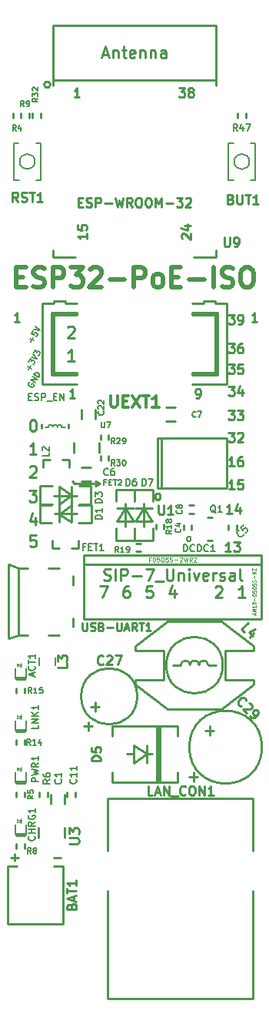
<source format=gbr>
G04 #@! TF.GenerationSoftware,KiCad,Pcbnew,6.0.0-unknown-b5c80fe~100~ubuntu18.04.1*
G04 #@! TF.CreationDate,2019-05-27T10:33:24+03:00*
G04 #@! TF.ProjectId,ESP32-PoE-ISO_Rev_C,45535033-322d-4506-9f45-2d49534f5f52,C*
G04 #@! TF.SameCoordinates,Original*
G04 #@! TF.FileFunction,Legend,Top*
G04 #@! TF.FilePolarity,Positive*
%FSLAX46Y46*%
G04 Gerber Fmt 4.6, Leading zero omitted, Abs format (unit mm)*
G04 Created by KiCad (PCBNEW 6.0.0-unknown-b5c80fe~100~ubuntu18.04.1) date 2019-05-27 10:33:24*
%MOMM*%
%LPD*%
G04 APERTURE LIST*
%ADD10C,0.254000*%
%ADD11C,0.158750*%
%ADD12C,0.508000*%
%ADD13C,0.127000*%
%ADD14C,0.200000*%
%ADD15C,0.600000*%
%ADD16C,0.050000*%
%ADD17C,0.100000*%
%ADD18C,0.190500*%
%ADD19C,0.125000*%
%ADD20C,0.317500*%
%ADD21C,0.222250*%
G04 APERTURE END LIST*
D10*
X114493523Y-121109619D02*
X115122476Y-121109619D01*
X114783809Y-121496666D01*
X114928952Y-121496666D01*
X115025714Y-121545047D01*
X115074095Y-121593428D01*
X115122476Y-121690190D01*
X115122476Y-121932095D01*
X115074095Y-122028857D01*
X115025714Y-122077238D01*
X114928952Y-122125619D01*
X114638666Y-122125619D01*
X114541904Y-122077238D01*
X114493523Y-122028857D01*
X115606285Y-122125619D02*
X115799809Y-122125619D01*
X115896571Y-122077238D01*
X115944952Y-122028857D01*
X116041714Y-121883714D01*
X116090095Y-121690190D01*
X116090095Y-121303142D01*
X116041714Y-121206380D01*
X115993333Y-121158000D01*
X115896571Y-121109619D01*
X115703047Y-121109619D01*
X115606285Y-121158000D01*
X115557904Y-121206380D01*
X115509523Y-121303142D01*
X115509523Y-121545047D01*
X115557904Y-121641809D01*
X115606285Y-121690190D01*
X115703047Y-121738571D01*
X115896571Y-121738571D01*
X115993333Y-121690190D01*
X116041714Y-121641809D01*
X116090095Y-121545047D01*
X114493523Y-124284619D02*
X115122476Y-124284619D01*
X114783809Y-124671666D01*
X114928952Y-124671666D01*
X115025714Y-124720047D01*
X115074095Y-124768428D01*
X115122476Y-124865190D01*
X115122476Y-125107095D01*
X115074095Y-125203857D01*
X115025714Y-125252238D01*
X114928952Y-125300619D01*
X114638666Y-125300619D01*
X114541904Y-125252238D01*
X114493523Y-125203857D01*
X115993333Y-124284619D02*
X115799809Y-124284619D01*
X115703047Y-124333000D01*
X115654666Y-124381380D01*
X115557904Y-124526523D01*
X115509523Y-124720047D01*
X115509523Y-125107095D01*
X115557904Y-125203857D01*
X115606285Y-125252238D01*
X115703047Y-125300619D01*
X115896571Y-125300619D01*
X115993333Y-125252238D01*
X116041714Y-125203857D01*
X116090095Y-125107095D01*
X116090095Y-124865190D01*
X116041714Y-124768428D01*
X115993333Y-124720047D01*
X115896571Y-124671666D01*
X115703047Y-124671666D01*
X115606285Y-124720047D01*
X115557904Y-124768428D01*
X115509523Y-124865190D01*
X114493523Y-126570619D02*
X115122476Y-126570619D01*
X114783809Y-126957666D01*
X114928952Y-126957666D01*
X115025714Y-127006047D01*
X115074095Y-127054428D01*
X115122476Y-127151190D01*
X115122476Y-127393095D01*
X115074095Y-127489857D01*
X115025714Y-127538238D01*
X114928952Y-127586619D01*
X114638666Y-127586619D01*
X114541904Y-127538238D01*
X114493523Y-127489857D01*
X116041714Y-126570619D02*
X115557904Y-126570619D01*
X115509523Y-127054428D01*
X115557904Y-127006047D01*
X115654666Y-126957666D01*
X115896571Y-126957666D01*
X115993333Y-127006047D01*
X116041714Y-127054428D01*
X116090095Y-127151190D01*
X116090095Y-127393095D01*
X116041714Y-127489857D01*
X115993333Y-127538238D01*
X115896571Y-127586619D01*
X115654666Y-127586619D01*
X115557904Y-127538238D01*
X115509523Y-127489857D01*
X114493523Y-128983619D02*
X115122476Y-128983619D01*
X114783809Y-129370666D01*
X114928952Y-129370666D01*
X115025714Y-129419047D01*
X115074095Y-129467428D01*
X115122476Y-129564190D01*
X115122476Y-129806095D01*
X115074095Y-129902857D01*
X115025714Y-129951238D01*
X114928952Y-129999619D01*
X114638666Y-129999619D01*
X114541904Y-129951238D01*
X114493523Y-129902857D01*
X115993333Y-129322285D02*
X115993333Y-129999619D01*
X115751428Y-128935238D02*
X115509523Y-129660952D01*
X116138476Y-129660952D01*
X114493523Y-131650619D02*
X115122476Y-131650619D01*
X114783809Y-132037666D01*
X114928952Y-132037666D01*
X115025714Y-132086047D01*
X115074095Y-132134428D01*
X115122476Y-132231190D01*
X115122476Y-132473095D01*
X115074095Y-132569857D01*
X115025714Y-132618238D01*
X114928952Y-132666619D01*
X114638666Y-132666619D01*
X114541904Y-132618238D01*
X114493523Y-132569857D01*
X115461142Y-131650619D02*
X116090095Y-131650619D01*
X115751428Y-132037666D01*
X115896571Y-132037666D01*
X115993333Y-132086047D01*
X116041714Y-132134428D01*
X116090095Y-132231190D01*
X116090095Y-132473095D01*
X116041714Y-132569857D01*
X115993333Y-132618238D01*
X115896571Y-132666619D01*
X115606285Y-132666619D01*
X115509523Y-132618238D01*
X115461142Y-132569857D01*
X114493523Y-134063619D02*
X115122476Y-134063619D01*
X114783809Y-134450666D01*
X114928952Y-134450666D01*
X115025714Y-134499047D01*
X115074095Y-134547428D01*
X115122476Y-134644190D01*
X115122476Y-134886095D01*
X115074095Y-134982857D01*
X115025714Y-135031238D01*
X114928952Y-135079619D01*
X114638666Y-135079619D01*
X114541904Y-135031238D01*
X114493523Y-134982857D01*
X115509523Y-134160380D02*
X115557904Y-134112000D01*
X115654666Y-134063619D01*
X115896571Y-134063619D01*
X115993333Y-134112000D01*
X116041714Y-134160380D01*
X116090095Y-134257142D01*
X116090095Y-134353904D01*
X116041714Y-134499047D01*
X115461142Y-135079619D01*
X116090095Y-135079619D01*
X115122476Y-137746619D02*
X114541904Y-137746619D01*
X114832190Y-137746619D02*
X114832190Y-136730619D01*
X114735428Y-136875761D01*
X114638666Y-136972523D01*
X114541904Y-137020904D01*
X115993333Y-136730619D02*
X115799809Y-136730619D01*
X115703047Y-136779000D01*
X115654666Y-136827380D01*
X115557904Y-136972523D01*
X115509523Y-137166047D01*
X115509523Y-137553095D01*
X115557904Y-137649857D01*
X115606285Y-137698238D01*
X115703047Y-137746619D01*
X115896571Y-137746619D01*
X115993333Y-137698238D01*
X116041714Y-137649857D01*
X116090095Y-137553095D01*
X116090095Y-137311190D01*
X116041714Y-137214428D01*
X115993333Y-137166047D01*
X115896571Y-137117666D01*
X115703047Y-137117666D01*
X115606285Y-137166047D01*
X115557904Y-137214428D01*
X115509523Y-137311190D01*
X115122476Y-140286619D02*
X114541904Y-140286619D01*
X114832190Y-140286619D02*
X114832190Y-139270619D01*
X114735428Y-139415761D01*
X114638666Y-139512523D01*
X114541904Y-139560904D01*
X116041714Y-139270619D02*
X115557904Y-139270619D01*
X115509523Y-139754428D01*
X115557904Y-139706047D01*
X115654666Y-139657666D01*
X115896571Y-139657666D01*
X115993333Y-139706047D01*
X116041714Y-139754428D01*
X116090095Y-139851190D01*
X116090095Y-140093095D01*
X116041714Y-140189857D01*
X115993333Y-140238238D01*
X115896571Y-140286619D01*
X115654666Y-140286619D01*
X115557904Y-140238238D01*
X115509523Y-140189857D01*
X114868476Y-142953619D02*
X114287904Y-142953619D01*
X114578190Y-142953619D02*
X114578190Y-141937619D01*
X114481428Y-142082761D01*
X114384666Y-142179523D01*
X114287904Y-142227904D01*
X115739333Y-142276285D02*
X115739333Y-142953619D01*
X115497428Y-141889238D02*
X115255523Y-142614952D01*
X115884476Y-142614952D01*
X114741476Y-147144619D02*
X114160904Y-147144619D01*
X114451190Y-147144619D02*
X114451190Y-146128619D01*
X114354428Y-146273761D01*
X114257666Y-146370523D01*
X114160904Y-146418904D01*
X115080142Y-146128619D02*
X115709095Y-146128619D01*
X115370428Y-146515666D01*
X115515571Y-146515666D01*
X115612333Y-146564047D01*
X115660714Y-146612428D01*
X115709095Y-146709190D01*
X115709095Y-146951095D01*
X115660714Y-147047857D01*
X115612333Y-147096238D01*
X115515571Y-147144619D01*
X115225285Y-147144619D01*
X115128523Y-147096238D01*
X115080142Y-147047857D01*
X93266380Y-145354523D02*
X92661619Y-145354523D01*
X92601142Y-145959285D01*
X92661619Y-145898809D01*
X92782571Y-145838333D01*
X93084952Y-145838333D01*
X93205904Y-145898809D01*
X93266380Y-145959285D01*
X93326857Y-146080238D01*
X93326857Y-146382619D01*
X93266380Y-146503571D01*
X93205904Y-146564047D01*
X93084952Y-146624523D01*
X92782571Y-146624523D01*
X92661619Y-146564047D01*
X92601142Y-146503571D01*
X93205904Y-143364857D02*
X93205904Y-144211523D01*
X92903523Y-142881047D02*
X92601142Y-143788190D01*
X93387333Y-143788190D01*
X92540666Y-140401523D02*
X93326857Y-140401523D01*
X92903523Y-140885333D01*
X93084952Y-140885333D01*
X93205904Y-140945809D01*
X93266380Y-141006285D01*
X93326857Y-141127238D01*
X93326857Y-141429619D01*
X93266380Y-141550571D01*
X93205904Y-141611047D01*
X93084952Y-141671523D01*
X92722095Y-141671523D01*
X92601142Y-141611047D01*
X92540666Y-141550571D01*
X92601142Y-137855476D02*
X92661619Y-137795000D01*
X92782571Y-137734523D01*
X93084952Y-137734523D01*
X93205904Y-137795000D01*
X93266380Y-137855476D01*
X93326857Y-137976428D01*
X93326857Y-138097380D01*
X93266380Y-138278809D01*
X92540666Y-139004523D01*
X93326857Y-139004523D01*
X93326857Y-136464523D02*
X92601142Y-136464523D01*
X92964000Y-136464523D02*
X92964000Y-135194523D01*
X92843047Y-135375952D01*
X92722095Y-135496904D01*
X92601142Y-135557380D01*
X110931476Y-130253619D02*
X111125000Y-130253619D01*
X111221761Y-130205238D01*
X111270142Y-130156857D01*
X111366904Y-130011714D01*
X111415285Y-129818190D01*
X111415285Y-129431142D01*
X111366904Y-129334380D01*
X111318523Y-129286000D01*
X111221761Y-129237619D01*
X111028238Y-129237619D01*
X110931476Y-129286000D01*
X110883095Y-129334380D01*
X110834714Y-129431142D01*
X110834714Y-129673047D01*
X110883095Y-129769809D01*
X110931476Y-129818190D01*
X111028238Y-129866571D01*
X111221761Y-129866571D01*
X111318523Y-129818190D01*
X111366904Y-129769809D01*
X111415285Y-129673047D01*
X100330000Y-139700000D02*
X99822000Y-139954000D01*
X100330000Y-139700000D02*
X99822000Y-139446000D01*
X97536000Y-139700000D02*
X97282000Y-139446000D01*
X97663000Y-139700000D02*
X97536000Y-139700000D01*
X100330000Y-139700000D02*
X97663000Y-139700000D01*
X93024476Y-133918476D02*
X92903523Y-133918476D01*
X92782571Y-133858000D01*
X92722095Y-133797523D01*
X92661619Y-133676571D01*
X92601142Y-133434666D01*
X92601142Y-133132285D01*
X92661619Y-132890380D01*
X92722095Y-132769428D01*
X92782571Y-132708952D01*
X92903523Y-132648476D01*
X93024476Y-132648476D01*
X93145428Y-132708952D01*
X93205904Y-132769428D01*
X93266380Y-132890380D01*
X93326857Y-133132285D01*
X93326857Y-133434666D01*
X93266380Y-133676571D01*
X93205904Y-133797523D01*
X93145428Y-133858000D01*
X93024476Y-133918476D01*
D11*
X92483214Y-130120571D02*
X92737214Y-130120571D01*
X92846071Y-130519714D02*
X92483214Y-130519714D01*
X92483214Y-129757714D01*
X92846071Y-129757714D01*
X93136357Y-130483428D02*
X93245214Y-130519714D01*
X93426642Y-130519714D01*
X93499214Y-130483428D01*
X93535500Y-130447142D01*
X93571785Y-130374571D01*
X93571785Y-130302000D01*
X93535500Y-130229428D01*
X93499214Y-130193142D01*
X93426642Y-130156857D01*
X93281500Y-130120571D01*
X93208928Y-130084285D01*
X93172642Y-130048000D01*
X93136357Y-129975428D01*
X93136357Y-129902857D01*
X93172642Y-129830285D01*
X93208928Y-129794000D01*
X93281500Y-129757714D01*
X93462928Y-129757714D01*
X93571785Y-129794000D01*
X93898357Y-130519714D02*
X93898357Y-129757714D01*
X94188642Y-129757714D01*
X94261214Y-129794000D01*
X94297500Y-129830285D01*
X94333785Y-129902857D01*
X94333785Y-130011714D01*
X94297500Y-130084285D01*
X94261214Y-130120571D01*
X94188642Y-130156857D01*
X93898357Y-130156857D01*
X94478928Y-130592285D02*
X95059500Y-130592285D01*
X95240928Y-130120571D02*
X95494928Y-130120571D01*
X95603785Y-130519714D02*
X95240928Y-130519714D01*
X95240928Y-129757714D01*
X95603785Y-129757714D01*
X95930357Y-130519714D02*
X95930357Y-129757714D01*
X96365785Y-130519714D01*
X96365785Y-129757714D01*
X92574132Y-128530241D02*
X92517707Y-128567496D01*
X92472349Y-128646057D01*
X92453179Y-128739737D01*
X92475315Y-128822349D01*
X92512570Y-128878774D01*
X92602199Y-128965437D01*
X92680760Y-129010794D01*
X92800627Y-129045083D01*
X92868119Y-129049134D01*
X92950732Y-129026998D01*
X93022276Y-128963557D01*
X93052514Y-128911183D01*
X93071684Y-128817503D01*
X93060616Y-128776197D01*
X92877307Y-128670363D01*
X92816831Y-128775111D01*
X93249061Y-128570752D02*
X92699135Y-128253252D01*
X93430490Y-128256509D01*
X92880564Y-127939009D01*
X93581680Y-127994639D02*
X93031754Y-127677139D01*
X93107349Y-127546204D01*
X93178894Y-127482762D01*
X93261506Y-127460627D01*
X93328999Y-127464678D01*
X93448865Y-127498967D01*
X93527426Y-127544324D01*
X93617055Y-127630987D01*
X93654310Y-127687412D01*
X93676446Y-127770024D01*
X93657276Y-127863704D01*
X93581680Y-127994639D01*
X92443875Y-127102596D02*
X92685780Y-126683604D01*
X92774323Y-127014052D02*
X92355332Y-126772147D01*
X92466302Y-126277561D02*
X92662849Y-125937130D01*
X92766512Y-126241392D01*
X92811869Y-126162831D01*
X92868294Y-126125576D01*
X92909600Y-126114508D01*
X92977093Y-126118559D01*
X93108028Y-126194154D01*
X93145283Y-126250579D01*
X93156351Y-126291885D01*
X93152299Y-126359378D01*
X93061585Y-126516500D01*
X93005160Y-126553755D01*
X92963854Y-126564823D01*
X92753564Y-125780009D02*
X93409323Y-125914200D01*
X92965230Y-125413391D01*
X93040826Y-125282456D02*
X93237373Y-124942026D01*
X93341036Y-125246287D01*
X93386393Y-125167726D01*
X93442818Y-125130471D01*
X93484124Y-125119403D01*
X93551617Y-125123455D01*
X93682552Y-125199050D01*
X93719806Y-125255475D01*
X93730874Y-125296781D01*
X93726823Y-125364274D01*
X93636109Y-125521396D01*
X93579684Y-125558650D01*
X93538378Y-125569718D01*
X92722066Y-124046726D02*
X92963970Y-123627735D01*
X93052514Y-123958183D02*
X92633522Y-123716278D01*
X92925921Y-122907448D02*
X92774730Y-123169317D01*
X93021481Y-123346695D01*
X93010413Y-123305389D01*
X93014464Y-123237896D01*
X93090059Y-123106961D01*
X93146484Y-123069706D01*
X93187790Y-123058638D01*
X93255283Y-123062689D01*
X93386218Y-123138285D01*
X93423473Y-123194710D01*
X93434541Y-123236016D01*
X93430490Y-123303509D01*
X93354895Y-123434443D01*
X93298470Y-123471698D01*
X93257164Y-123482766D01*
X93031754Y-122724139D02*
X93687514Y-122858330D01*
X93243421Y-122357522D01*
D10*
X97572285Y-130253619D02*
X96991714Y-130253619D01*
X97282000Y-130253619D02*
X97282000Y-129237619D01*
X97185238Y-129382761D01*
X97088476Y-129479523D01*
X96991714Y-129527904D01*
X90544952Y-180793571D02*
X91319047Y-180793571D01*
X90932000Y-181180619D02*
X90932000Y-180406523D01*
X95243952Y-180793571D02*
X96018047Y-180793571D01*
X117638285Y-121871619D02*
X117057714Y-121871619D01*
X117348000Y-121871619D02*
X117348000Y-120855619D01*
X117251238Y-121000761D01*
X117154476Y-121097523D01*
X117057714Y-121145904D01*
X91476285Y-121871619D02*
X90895714Y-121871619D01*
X91186000Y-121871619D02*
X91186000Y-120855619D01*
X91089238Y-121000761D01*
X90992476Y-121097523D01*
X90895714Y-121145904D01*
D12*
X91134595Y-116939785D02*
X91854261Y-116939785D01*
X92162690Y-118070690D02*
X91134595Y-118070690D01*
X91134595Y-115911690D01*
X92162690Y-115911690D01*
X92985166Y-117967880D02*
X93293595Y-118070690D01*
X93807642Y-118070690D01*
X94013261Y-117967880D01*
X94116071Y-117865071D01*
X94218880Y-117659452D01*
X94218880Y-117453833D01*
X94116071Y-117248214D01*
X94013261Y-117145404D01*
X93807642Y-117042595D01*
X93396404Y-116939785D01*
X93190785Y-116836976D01*
X93087976Y-116734166D01*
X92985166Y-116528547D01*
X92985166Y-116322928D01*
X93087976Y-116117309D01*
X93190785Y-116014500D01*
X93396404Y-115911690D01*
X93910452Y-115911690D01*
X94218880Y-116014500D01*
X95144166Y-118070690D02*
X95144166Y-115911690D01*
X95966642Y-115911690D01*
X96172261Y-116014500D01*
X96275071Y-116117309D01*
X96377880Y-116322928D01*
X96377880Y-116631357D01*
X96275071Y-116836976D01*
X96172261Y-116939785D01*
X95966642Y-117042595D01*
X95144166Y-117042595D01*
X97097547Y-115911690D02*
X98434071Y-115911690D01*
X97714404Y-116734166D01*
X98022833Y-116734166D01*
X98228452Y-116836976D01*
X98331261Y-116939785D01*
X98434071Y-117145404D01*
X98434071Y-117659452D01*
X98331261Y-117865071D01*
X98228452Y-117967880D01*
X98022833Y-118070690D01*
X97405976Y-118070690D01*
X97200357Y-117967880D01*
X97097547Y-117865071D01*
X99256547Y-116117309D02*
X99359357Y-116014500D01*
X99564976Y-115911690D01*
X100079023Y-115911690D01*
X100284642Y-116014500D01*
X100387452Y-116117309D01*
X100490261Y-116322928D01*
X100490261Y-116528547D01*
X100387452Y-116836976D01*
X99153738Y-118070690D01*
X100490261Y-118070690D01*
X101415547Y-117248214D02*
X103060499Y-117248214D01*
X104088595Y-118070690D02*
X104088595Y-115911690D01*
X104911071Y-115911690D01*
X105116690Y-116014500D01*
X105219499Y-116117309D01*
X105322309Y-116322928D01*
X105322309Y-116631357D01*
X105219499Y-116836976D01*
X105116690Y-116939785D01*
X104911071Y-117042595D01*
X104088595Y-117042595D01*
X106556023Y-118070690D02*
X106350404Y-117967880D01*
X106247595Y-117865071D01*
X106144785Y-117659452D01*
X106144785Y-117042595D01*
X106247595Y-116836976D01*
X106350404Y-116734166D01*
X106556023Y-116631357D01*
X106864452Y-116631357D01*
X107070071Y-116734166D01*
X107172880Y-116836976D01*
X107275690Y-117042595D01*
X107275690Y-117659452D01*
X107172880Y-117865071D01*
X107070071Y-117967880D01*
X106864452Y-118070690D01*
X106556023Y-118070690D01*
X108200976Y-116939785D02*
X108920642Y-116939785D01*
X109229071Y-118070690D02*
X108200976Y-118070690D01*
X108200976Y-115911690D01*
X109229071Y-115911690D01*
X110154357Y-117248214D02*
X111799309Y-117248214D01*
X112827404Y-118070690D02*
X112827404Y-115911690D01*
X113752690Y-117967880D02*
X114061119Y-118070690D01*
X114575166Y-118070690D01*
X114780785Y-117967880D01*
X114883595Y-117865071D01*
X114986404Y-117659452D01*
X114986404Y-117453833D01*
X114883595Y-117248214D01*
X114780785Y-117145404D01*
X114575166Y-117042595D01*
X114163928Y-116939785D01*
X113958309Y-116836976D01*
X113855500Y-116734166D01*
X113752690Y-116528547D01*
X113752690Y-116322928D01*
X113855500Y-116117309D01*
X113958309Y-116014500D01*
X114163928Y-115911690D01*
X114677976Y-115911690D01*
X114986404Y-116014500D01*
X116322928Y-115911690D02*
X116734166Y-115911690D01*
X116939785Y-116014500D01*
X117145404Y-116220119D01*
X117248214Y-116631357D01*
X117248214Y-117351023D01*
X117145404Y-117762261D01*
X116939785Y-117967880D01*
X116734166Y-118070690D01*
X116322928Y-118070690D01*
X116117309Y-117967880D01*
X115911690Y-117762261D01*
X115808880Y-117351023D01*
X115808880Y-116631357D01*
X115911690Y-116220119D01*
X116117309Y-116014500D01*
X116322928Y-115911690D01*
D10*
X111290000Y-114785000D02*
X110690000Y-114785000D01*
X96990000Y-114785000D02*
X97640000Y-114785000D01*
X95140000Y-89285000D02*
X95140000Y-95905000D01*
X113140000Y-114785000D02*
X113140000Y-114035000D01*
X113140000Y-114785000D02*
X110690000Y-114785000D01*
X95140000Y-114785000D02*
X97640000Y-114785000D01*
X95140000Y-114785000D02*
X95140000Y-114035000D01*
X113140000Y-89285000D02*
X113140000Y-95905000D01*
X95140000Y-95285000D02*
X113140000Y-95285000D01*
X95140000Y-89285000D02*
X113140000Y-89285000D01*
D13*
X116798738Y-104267000D02*
G75*
G03X116798738Y-104267000I-839738J0D01*
G01*
X116898000Y-106267000D02*
X117456800Y-106267000D01*
X114461200Y-106267000D02*
X115070800Y-106267000D01*
X116898000Y-102267000D02*
X117456800Y-102267000D01*
X114462000Y-102267000D02*
X115020800Y-102267000D01*
X117459000Y-106267000D02*
X117459000Y-102267000D01*
X114459000Y-106267000D02*
X114459000Y-102267000D01*
X93160738Y-104267000D02*
G75*
G03X93160738Y-104267000I-839738J0D01*
G01*
X93260000Y-106267000D02*
X93818800Y-106267000D01*
X90823200Y-106267000D02*
X91432800Y-106267000D01*
X93260000Y-102267000D02*
X93818800Y-102267000D01*
X90824000Y-102267000D02*
X91382800Y-102267000D01*
X93821000Y-106267000D02*
X93821000Y-102267000D01*
X90821000Y-106267000D02*
X90821000Y-102267000D01*
D10*
X101200000Y-180063000D02*
X101200000Y-174293000D01*
X101200000Y-196293000D02*
X101200000Y-184493000D01*
X117200000Y-196293000D02*
X101200000Y-196293000D01*
X117200000Y-184493000D02*
X117200000Y-196293000D01*
X117200000Y-174293000D02*
X117200000Y-180063000D01*
X101200000Y-174293000D02*
X117200000Y-174293000D01*
X96877000Y-133550000D02*
X96877000Y-133150000D01*
X93877000Y-133550000D02*
X93877000Y-133150000D01*
D14*
X95127000Y-133450000D02*
G75*
G02X95627000Y-133450000I250000J0D01*
G01*
X94627000Y-133450000D02*
G75*
G02X95127000Y-133450000I250000J0D01*
G01*
X95627000Y-133450000D02*
G75*
G02X96127000Y-133450000I250000J0D01*
G01*
X94627000Y-133500000D02*
X94277000Y-133500000D01*
X96127000Y-133500000D02*
X96477000Y-133500000D01*
D10*
X98581000Y-154543000D02*
X98581000Y-148543000D01*
X118081000Y-154543000D02*
X98581000Y-154543000D01*
X118081000Y-148543000D02*
X98581000Y-148543000D01*
X118081000Y-148543000D02*
X118081000Y-154543000D01*
X118081000Y-148543000D02*
X118081000Y-147543000D01*
X118081000Y-147543000D02*
X98581000Y-147543000D01*
X98581000Y-147543000D02*
X98581000Y-148543000D01*
X95224600Y-181749700D02*
X96227900Y-181749700D01*
X90157300Y-181749700D02*
X91211400Y-181749700D01*
X90152220Y-181757320D02*
X90152220Y-188066680D01*
X90152220Y-188066680D02*
X96232980Y-188066680D01*
X96232980Y-188066680D02*
X96232980Y-181749698D01*
X112692000Y-143383000D02*
X112184000Y-143383000D01*
X112692000Y-145923000D02*
X112184000Y-145923000D01*
X104083000Y-169418000D02*
X103283000Y-169418000D01*
X105483000Y-169418000D02*
X106083000Y-169418000D01*
X101683000Y-166318000D02*
X101683000Y-167418000D01*
X101683000Y-172518000D02*
X101683000Y-171418000D01*
X108883000Y-166318000D02*
X108883000Y-167418000D01*
X108883000Y-172518000D02*
X108883000Y-171418000D01*
X105483000Y-168418000D02*
X105483000Y-170418000D01*
X104083000Y-168418000D02*
X105483000Y-169418000D01*
X104083000Y-170418000D02*
X105483000Y-169418000D01*
X104083000Y-168418000D02*
X104083000Y-170418000D01*
X101683000Y-166318000D02*
X108883000Y-166318000D01*
X108883000Y-172518000D02*
X101683000Y-172518000D01*
D15*
X106783000Y-172318000D02*
X106783000Y-166518000D01*
D10*
X118173000Y-168656000D02*
G75*
G03X118173000Y-168656000I-4000000J0D01*
G01*
X104433021Y-163068000D02*
G75*
G03X104433021Y-163068000I-3087021J0D01*
G01*
X104216200Y-143789400D02*
X106121200Y-143789400D01*
X104216200Y-142417800D02*
X106121200Y-142417800D01*
X105130600Y-142417800D02*
X106121200Y-143789400D01*
X104216200Y-143789400D02*
X105130600Y-142417800D01*
X105168700Y-144373600D02*
X105168700Y-141897100D01*
X106146600Y-140322300D02*
X106146600Y-141617700D01*
X104140000Y-140335000D02*
X104140000Y-141630400D01*
X106146600Y-140309600D02*
X104152700Y-140309600D01*
X106159300Y-145961100D02*
X106159300Y-144589500D01*
X104140000Y-145961100D02*
X104140000Y-144589500D01*
X106159300Y-145961100D02*
X104140000Y-145961100D01*
X102184200Y-143789400D02*
X104089200Y-143789400D01*
X102184200Y-142417800D02*
X104089200Y-142417800D01*
X103098600Y-142417800D02*
X104089200Y-143789400D01*
X102184200Y-143789400D02*
X103098600Y-142417800D01*
X103136700Y-144373600D02*
X103136700Y-141897100D01*
X104114600Y-140322300D02*
X104114600Y-141617700D01*
X102108000Y-140335000D02*
X102108000Y-141630400D01*
X104114600Y-140309600D02*
X102120700Y-140309600D01*
X104127300Y-145961100D02*
X104127300Y-144589500D01*
X102108000Y-145961100D02*
X102108000Y-144589500D01*
X104127300Y-145961100D02*
X102108000Y-145961100D01*
X95859600Y-140030200D02*
X95859600Y-141935200D01*
X97231200Y-140030200D02*
X97231200Y-141935200D01*
X97231200Y-140944600D02*
X95859600Y-141935200D01*
X95859600Y-140030200D02*
X97231200Y-140944600D01*
X95275400Y-140982700D02*
X97751900Y-140982700D01*
X99326700Y-141960600D02*
X98031300Y-141960600D01*
X99314000Y-139954000D02*
X98018600Y-139954000D01*
X99339400Y-141960600D02*
X99339400Y-139966700D01*
X93687900Y-141973300D02*
X95059500Y-141973300D01*
X93687900Y-139954000D02*
X95059500Y-139954000D01*
X93687900Y-141973300D02*
X93687900Y-139954000D01*
X97180400Y-143941800D02*
X97180400Y-142036800D01*
X95808800Y-143941800D02*
X95808800Y-142036800D01*
X95808800Y-143027400D02*
X97180400Y-142036800D01*
X97180400Y-143941800D02*
X95808800Y-143027400D01*
X97764600Y-142989300D02*
X95288100Y-142989300D01*
X93713300Y-142011400D02*
X95008700Y-142011400D01*
X93726000Y-144018000D02*
X95021400Y-144018000D01*
X93700600Y-142011400D02*
X93700600Y-144005300D01*
X99352100Y-141998700D02*
X97980500Y-141998700D01*
X99352100Y-144018000D02*
X97980500Y-144018000D01*
X99352100Y-141998700D02*
X99352100Y-144018000D01*
X91630500Y-99187000D02*
X91630500Y-98933000D01*
X91630500Y-99187000D02*
X91630500Y-99441000D01*
X92519500Y-99187000D02*
X92519500Y-99441000D01*
X92519500Y-99187000D02*
X92519500Y-98933000D01*
X91630500Y-99187000D02*
X91630500Y-99441000D01*
X91630500Y-99187000D02*
X91630500Y-98933000D01*
X90741500Y-99187000D02*
X90741500Y-98933000D01*
X90741500Y-99187000D02*
X90741500Y-99441000D01*
X94551500Y-173863000D02*
X94551500Y-174117000D01*
X94551500Y-173863000D02*
X94551500Y-173609000D01*
X93662500Y-173863000D02*
X93662500Y-173609000D01*
X93662500Y-173863000D02*
X93662500Y-174117000D01*
X96393000Y-177495200D02*
X96393000Y-178625500D01*
X93586300Y-177495200D02*
X93586300Y-178625500D01*
D13*
X95377000Y-158826200D02*
X95377000Y-159664400D01*
X93599000Y-158826200D02*
X93599000Y-159664400D01*
D10*
X91084400Y-166751000D02*
X92125800Y-166751000D01*
X92011500Y-166916100D02*
X91186000Y-166916100D01*
X91046300Y-166763700D02*
X91173300Y-166903400D01*
X92138500Y-166763700D02*
X92011500Y-166916100D01*
D16*
X91342400Y-165324800D02*
X91232400Y-165194800D01*
X91212400Y-165184800D02*
X91222400Y-165264800D01*
X91212400Y-165184800D02*
X91292400Y-165184800D01*
X91212400Y-165400200D02*
X91292400Y-165400200D01*
X91212400Y-165400200D02*
X91222400Y-165480200D01*
X91321400Y-165531800D02*
X91211400Y-165401800D01*
D17*
X91677000Y-165454000D02*
X91457000Y-165454000D01*
X91457000Y-165264000D02*
X91557000Y-165364000D01*
X91677000Y-165264000D02*
X91577000Y-165374000D01*
X91677000Y-165264000D02*
X91457000Y-165264000D01*
X91567000Y-165094000D02*
X91567000Y-165614000D01*
D13*
X92202000Y-165735000D02*
X92202000Y-166751000D01*
X90982800Y-166751000D02*
X90982800Y-165735000D01*
X90982800Y-161036000D02*
X90982800Y-160020000D01*
X92202000Y-160020000D02*
X92202000Y-161036000D01*
D17*
X91567000Y-159379000D02*
X91567000Y-159899000D01*
X91677000Y-159549000D02*
X91457000Y-159549000D01*
X91677000Y-159549000D02*
X91577000Y-159659000D01*
X91457000Y-159549000D02*
X91557000Y-159649000D01*
X91677000Y-159739000D02*
X91457000Y-159739000D01*
D16*
X91321400Y-159816800D02*
X91211400Y-159686800D01*
X91212400Y-159685200D02*
X91222400Y-159765200D01*
X91212400Y-159685200D02*
X91292400Y-159685200D01*
X91212400Y-159469800D02*
X91292400Y-159469800D01*
X91212400Y-159469800D02*
X91222400Y-159549800D01*
X91342400Y-159609800D02*
X91232400Y-159479800D01*
D10*
X92138500Y-161048700D02*
X92011500Y-161201100D01*
X91046300Y-161048700D02*
X91173300Y-161188400D01*
X92011500Y-161201100D02*
X91186000Y-161201100D01*
X91084400Y-161036000D02*
X92125800Y-161036000D01*
X97599500Y-173863000D02*
X97599500Y-174117000D01*
X97599500Y-173863000D02*
X97599500Y-173609000D01*
X96710500Y-173863000D02*
X96710500Y-173609000D01*
X96710500Y-173863000D02*
X96710500Y-174117000D01*
X100393500Y-136906000D02*
X100393500Y-136652000D01*
X100393500Y-136906000D02*
X100393500Y-137160000D01*
X101282500Y-136906000D02*
X101282500Y-137160000D01*
X101282500Y-136906000D02*
X101282500Y-136652000D01*
X101282500Y-134620000D02*
X101282500Y-134874000D01*
X101282500Y-134620000D02*
X101282500Y-134366000D01*
X100393500Y-134620000D02*
X100393500Y-134366000D01*
X100393500Y-134620000D02*
X100393500Y-134874000D01*
X91122500Y-173863000D02*
X91122500Y-173609000D01*
X91122500Y-173863000D02*
X91122500Y-174117000D01*
X92011500Y-173863000D02*
X92011500Y-174117000D01*
X92011500Y-173863000D02*
X92011500Y-173609000D01*
X91122500Y-162433000D02*
X91122500Y-162179000D01*
X91122500Y-162433000D02*
X91122500Y-162687000D01*
X92011500Y-162433000D02*
X92011500Y-162687000D01*
X92011500Y-162433000D02*
X92011500Y-162179000D01*
X91122500Y-168148000D02*
X91122500Y-167894000D01*
X91122500Y-168148000D02*
X91122500Y-168402000D01*
X92011500Y-168148000D02*
X92011500Y-168402000D01*
X92011500Y-168148000D02*
X92011500Y-167894000D01*
X91122500Y-179578000D02*
X91122500Y-179324000D01*
X91122500Y-179578000D02*
X91122500Y-179832000D01*
X92011500Y-179578000D02*
X92011500Y-179832000D01*
X92011500Y-179578000D02*
X92011500Y-179324000D01*
X104521000Y-146240500D02*
X104775000Y-146240500D01*
X104521000Y-146240500D02*
X104267000Y-146240500D01*
X104521000Y-147129500D02*
X104267000Y-147129500D01*
X104521000Y-147129500D02*
X104775000Y-147129500D01*
X110363000Y-142938500D02*
X110109000Y-142938500D01*
X110363000Y-142938500D02*
X110617000Y-142938500D01*
X110363000Y-142049500D02*
X110617000Y-142049500D01*
X110363000Y-142049500D02*
X110109000Y-142049500D01*
X98298000Y-137922000D02*
X99314000Y-137922000D01*
X98298000Y-139446000D02*
X99314000Y-139446000D01*
X94869000Y-174879000D02*
X94869000Y-173863000D01*
X96393000Y-174879000D02*
X96393000Y-173863000D01*
X97409000Y-136321800D02*
X97409000Y-135191500D01*
X100215700Y-136321800D02*
X100215700Y-135191500D01*
X107061000Y-134683500D02*
X107061000Y-140144500D01*
X114300000Y-134683500D02*
X106680000Y-134683500D01*
X106680000Y-140144500D02*
X114300000Y-140144500D01*
X114300000Y-134683500D02*
X114300000Y-140144500D01*
X106680000Y-140144500D02*
X106680000Y-134683500D01*
D13*
X90982800Y-172466000D02*
X90982800Y-171450000D01*
X92202000Y-171450000D02*
X92202000Y-172466000D01*
D17*
X91567000Y-170809000D02*
X91567000Y-171329000D01*
X91677000Y-170979000D02*
X91457000Y-170979000D01*
X91677000Y-170979000D02*
X91577000Y-171089000D01*
X91457000Y-170979000D02*
X91557000Y-171079000D01*
X91677000Y-171169000D02*
X91457000Y-171169000D01*
D16*
X91321400Y-171246800D02*
X91211400Y-171116800D01*
X91212400Y-171115200D02*
X91222400Y-171195200D01*
X91212400Y-171115200D02*
X91292400Y-171115200D01*
X91212400Y-170899800D02*
X91292400Y-170899800D01*
X91212400Y-170899800D02*
X91222400Y-170979800D01*
X91342400Y-171039800D02*
X91232400Y-170909800D01*
D10*
X92138500Y-172478700D02*
X92011500Y-172631100D01*
X91046300Y-172478700D02*
X91173300Y-172618400D01*
X92011500Y-172631100D02*
X91186000Y-172631100D01*
X91084400Y-172466000D02*
X92125800Y-172466000D01*
X99822000Y-131572000D02*
X99822000Y-132588000D01*
X98298000Y-131572000D02*
X98298000Y-132588000D01*
D13*
X90982800Y-178181000D02*
X90982800Y-177165000D01*
X92202000Y-177165000D02*
X92202000Y-178181000D01*
D17*
X91567000Y-176524000D02*
X91567000Y-177044000D01*
X91677000Y-176694000D02*
X91457000Y-176694000D01*
X91677000Y-176694000D02*
X91577000Y-176804000D01*
X91457000Y-176694000D02*
X91557000Y-176794000D01*
X91677000Y-176884000D02*
X91457000Y-176884000D01*
D16*
X91321400Y-176961800D02*
X91211400Y-176831800D01*
X91212400Y-176830200D02*
X91222400Y-176910200D01*
X91212400Y-176830200D02*
X91292400Y-176830200D01*
X91212400Y-176614800D02*
X91292400Y-176614800D01*
X91212400Y-176614800D02*
X91222400Y-176694800D01*
X91342400Y-176754800D02*
X91232400Y-176624800D01*
D10*
X92138500Y-178193700D02*
X92011500Y-178346100D01*
X91046300Y-178193700D02*
X91173300Y-178333400D01*
X92011500Y-178346100D02*
X91186000Y-178346100D01*
X91084400Y-178181000D02*
X92125800Y-178181000D01*
X108585000Y-132842000D02*
X107569000Y-132842000D01*
X108585000Y-131318000D02*
X107569000Y-131318000D01*
X96926400Y-137033000D02*
X96215200Y-137033000D01*
X96926400Y-137871200D02*
X96926400Y-137033000D01*
X94081600Y-137871200D02*
X94081600Y-137033000D01*
X94792800Y-137033000D02*
X94081600Y-137033000D01*
X95097600Y-146812000D02*
X95808800Y-146812000D01*
X95097600Y-145973800D02*
X95097600Y-146812000D01*
X97942400Y-145973800D02*
X97942400Y-146812000D01*
X97231200Y-146812000D02*
X97942400Y-146812000D01*
X116395500Y-99187000D02*
X116395500Y-99441000D01*
X116395500Y-99187000D02*
X116395500Y-98933000D01*
X115506500Y-99187000D02*
X115506500Y-98933000D01*
X115506500Y-99187000D02*
X115506500Y-99441000D01*
X114490500Y-144526000D02*
X114490500Y-144272000D01*
X114490500Y-144526000D02*
X114490500Y-144780000D01*
X115379500Y-144526000D02*
X115379500Y-144780000D01*
X115379500Y-144526000D02*
X115379500Y-144272000D01*
X110426500Y-144526000D02*
X110426500Y-144780000D01*
X110426500Y-144526000D02*
X110426500Y-144272000D01*
X109537500Y-144526000D02*
X109537500Y-144272000D01*
X109537500Y-144526000D02*
X109537500Y-144780000D01*
X92900500Y-99187000D02*
X92900500Y-98933000D01*
X92900500Y-99187000D02*
X92900500Y-99441000D01*
X93789500Y-99187000D02*
X93789500Y-99441000D01*
X93789500Y-99187000D02*
X93789500Y-98933000D01*
X113144000Y-159639000D02*
X112244000Y-159639000D01*
X109244000Y-159639000D02*
X108344000Y-159639000D01*
X109244000Y-159639000D02*
G75*
G02X110244000Y-159639000I500000J0D01*
G01*
X111244000Y-159639000D02*
G75*
G02X112244000Y-159639000I500000J0D01*
G01*
X110244000Y-159639000D02*
G75*
G02X111244000Y-159639000I500000J0D01*
G01*
X113855270Y-159639000D02*
G75*
G03X113855270Y-159639000I-3111270J0D01*
G01*
X104244000Y-157539000D02*
X107744000Y-154839000D01*
X104244000Y-158039000D02*
X104244000Y-157539000D01*
X107344000Y-158039000D02*
X104244000Y-158039000D01*
X107344000Y-161239000D02*
X107344000Y-158039000D01*
X104244000Y-161239000D02*
X107344000Y-161239000D01*
X104244000Y-161739000D02*
X104244000Y-161239000D01*
X107744000Y-164439000D02*
X104244000Y-161739000D01*
X113744000Y-164439000D02*
X107744000Y-164439000D01*
X117244000Y-161739000D02*
X113744000Y-164439000D01*
X117244000Y-161239000D02*
X117244000Y-161739000D01*
X114144000Y-161239000D02*
X117244000Y-161239000D01*
X114144000Y-158039000D02*
X114144000Y-161239000D01*
X117244000Y-158039000D02*
X114144000Y-158039000D01*
X117244000Y-157539000D02*
X117244000Y-158039000D01*
X113744000Y-154839000D02*
X117244000Y-157539000D01*
X107744000Y-154839000D02*
X113744000Y-154839000D01*
X106489500Y-144399000D02*
X106489500Y-144145000D01*
X106489500Y-144399000D02*
X106489500Y-144653000D01*
X107378500Y-144399000D02*
X107378500Y-144653000D01*
X107378500Y-144399000D02*
X107378500Y-144145000D01*
X112776000Y-121031000D02*
X113284000Y-121031000D01*
X112903000Y-127635000D02*
X113157000Y-127635000D01*
X95504000Y-127635000D02*
X95123000Y-127635000D01*
X95504000Y-121031000D02*
X95123000Y-121031000D01*
X95250000Y-121158000D02*
X97790000Y-121158000D01*
X110490000Y-121158000D02*
X113030000Y-121158000D01*
X113030000Y-127508000D02*
X113030000Y-121158000D01*
X95250000Y-121158000D02*
X95250000Y-127508000D01*
X93980000Y-119888000D02*
X95250000Y-119888000D01*
X114300000Y-128778000D02*
X110490000Y-128778000D01*
X114300000Y-128778000D02*
X114300000Y-119888000D01*
X93980000Y-119888000D02*
X93980000Y-128778000D01*
X113030000Y-127508000D02*
X110490000Y-127508000D01*
X97790000Y-127508000D02*
X95250000Y-127508000D01*
X113030000Y-119888000D02*
X113030000Y-119634000D01*
X113030000Y-119634000D02*
X111760000Y-119634000D01*
X111760000Y-119888000D02*
X111760000Y-119634000D01*
X113030000Y-119888000D02*
X114300000Y-119888000D01*
X110490000Y-119888000D02*
X111760000Y-119888000D01*
X96520000Y-119634000D02*
X95250000Y-119634000D01*
X95250000Y-119634000D02*
X95250000Y-119888000D01*
X96520000Y-119634000D02*
X96520000Y-119888000D01*
X96520000Y-119888000D02*
X97790000Y-119888000D01*
X110490000Y-127762000D02*
X113284000Y-127762000D01*
X113284000Y-127762000D02*
X113284000Y-120904000D01*
X113284000Y-120904000D02*
X110490000Y-120904000D01*
X97790000Y-120904000D02*
X94996000Y-120904000D01*
X94996000Y-120904000D02*
X94996000Y-127762000D01*
X94996000Y-127762000D02*
X97790000Y-127762000D01*
X97790000Y-128778000D02*
X93980000Y-128778000D01*
X110490000Y-121158000D02*
X110490000Y-120904000D01*
X110490000Y-127762000D02*
X110490000Y-127508000D01*
X97790000Y-127762000D02*
X97790000Y-127508000D01*
X97790000Y-121158000D02*
X97790000Y-120904000D01*
X91326000Y-156354000D02*
X91326000Y-148954000D01*
X95826000Y-148954000D02*
X94626000Y-148954000D01*
X97326000Y-150854000D02*
X97326000Y-149854000D01*
X97326000Y-155454000D02*
X97326000Y-154454000D01*
X92326000Y-156354000D02*
X91326000Y-156354000D01*
X90226000Y-156718000D02*
X90226000Y-148590000D01*
X91326000Y-148954000D02*
X92326000Y-148954000D01*
X95826000Y-156354000D02*
X94626000Y-156354000D01*
X90297000Y-156718000D02*
X91313000Y-156337000D01*
X90297000Y-148590000D02*
X91313000Y-148971000D01*
X114033904Y-112600619D02*
X114033904Y-113423095D01*
X114082285Y-113519857D01*
X114130666Y-113568238D01*
X114227428Y-113616619D01*
X114420952Y-113616619D01*
X114517714Y-113568238D01*
X114566095Y-113519857D01*
X114614476Y-113423095D01*
X114614476Y-112600619D01*
X115146666Y-113616619D02*
X115340190Y-113616619D01*
X115436952Y-113568238D01*
X115485333Y-113519857D01*
X115582095Y-113374714D01*
X115630476Y-113181190D01*
X115630476Y-112794142D01*
X115582095Y-112697380D01*
X115533714Y-112649000D01*
X115436952Y-112600619D01*
X115243428Y-112600619D01*
X115146666Y-112649000D01*
X115098285Y-112697380D01*
X115049904Y-112794142D01*
X115049904Y-113036047D01*
X115098285Y-113132809D01*
X115146666Y-113181190D01*
X115243428Y-113229571D01*
X115436952Y-113229571D01*
X115533714Y-113181190D01*
X115582095Y-113132809D01*
X115630476Y-113036047D01*
X109395380Y-112744095D02*
X109347000Y-112695714D01*
X109298619Y-112598952D01*
X109298619Y-112357047D01*
X109347000Y-112260285D01*
X109395380Y-112211904D01*
X109492142Y-112163523D01*
X109588904Y-112163523D01*
X109734047Y-112211904D01*
X110314619Y-112792476D01*
X110314619Y-112163523D01*
X109637285Y-111292666D02*
X110314619Y-111292666D01*
X109250238Y-111534571D02*
X109975952Y-111776476D01*
X109975952Y-111147523D01*
X98884619Y-112163523D02*
X98884619Y-112744095D01*
X98884619Y-112453809D02*
X97868619Y-112453809D01*
X98013761Y-112550571D01*
X98110523Y-112647333D01*
X98158904Y-112744095D01*
X97868619Y-111244285D02*
X97868619Y-111728095D01*
X98352428Y-111776476D01*
X98304047Y-111728095D01*
X98255666Y-111631333D01*
X98255666Y-111389428D01*
X98304047Y-111292666D01*
X98352428Y-111244285D01*
X98449190Y-111195904D01*
X98691095Y-111195904D01*
X98787857Y-111244285D01*
X98836238Y-111292666D01*
X98884619Y-111389428D01*
X98884619Y-111631333D01*
X98836238Y-111728095D01*
X98787857Y-111776476D01*
X109032523Y-96173619D02*
X109661476Y-96173619D01*
X109322809Y-96560666D01*
X109467952Y-96560666D01*
X109564714Y-96609047D01*
X109613095Y-96657428D01*
X109661476Y-96754190D01*
X109661476Y-96996095D01*
X109613095Y-97092857D01*
X109564714Y-97141238D01*
X109467952Y-97189619D01*
X109177666Y-97189619D01*
X109080904Y-97141238D01*
X109032523Y-97092857D01*
X110242047Y-96609047D02*
X110145285Y-96560666D01*
X110096904Y-96512285D01*
X110048523Y-96415523D01*
X110048523Y-96367142D01*
X110096904Y-96270380D01*
X110145285Y-96222000D01*
X110242047Y-96173619D01*
X110435571Y-96173619D01*
X110532333Y-96222000D01*
X110580714Y-96270380D01*
X110629095Y-96367142D01*
X110629095Y-96415523D01*
X110580714Y-96512285D01*
X110532333Y-96560666D01*
X110435571Y-96609047D01*
X110242047Y-96609047D01*
X110145285Y-96657428D01*
X110096904Y-96705809D01*
X110048523Y-96802571D01*
X110048523Y-96996095D01*
X110096904Y-97092857D01*
X110145285Y-97141238D01*
X110242047Y-97189619D01*
X110435571Y-97189619D01*
X110532333Y-97141238D01*
X110580714Y-97092857D01*
X110629095Y-96996095D01*
X110629095Y-96802571D01*
X110580714Y-96705809D01*
X110532333Y-96657428D01*
X110435571Y-96609047D01*
X98080285Y-97189619D02*
X97499714Y-97189619D01*
X97790000Y-97189619D02*
X97790000Y-96173619D01*
X97693238Y-96318761D01*
X97596476Y-96415523D01*
X97499714Y-96463904D01*
X97971428Y-108722428D02*
X98310095Y-108722428D01*
X98455238Y-109254619D02*
X97971428Y-109254619D01*
X97971428Y-108238619D01*
X98455238Y-108238619D01*
X98842285Y-109206238D02*
X98987428Y-109254619D01*
X99229333Y-109254619D01*
X99326095Y-109206238D01*
X99374476Y-109157857D01*
X99422857Y-109061095D01*
X99422857Y-108964333D01*
X99374476Y-108867571D01*
X99326095Y-108819190D01*
X99229333Y-108770809D01*
X99035809Y-108722428D01*
X98939047Y-108674047D01*
X98890666Y-108625666D01*
X98842285Y-108528904D01*
X98842285Y-108432142D01*
X98890666Y-108335380D01*
X98939047Y-108287000D01*
X99035809Y-108238619D01*
X99277714Y-108238619D01*
X99422857Y-108287000D01*
X99858285Y-109254619D02*
X99858285Y-108238619D01*
X100245333Y-108238619D01*
X100342095Y-108287000D01*
X100390476Y-108335380D01*
X100438857Y-108432142D01*
X100438857Y-108577285D01*
X100390476Y-108674047D01*
X100342095Y-108722428D01*
X100245333Y-108770809D01*
X99858285Y-108770809D01*
X100874285Y-108867571D02*
X101648380Y-108867571D01*
X102035428Y-108238619D02*
X102277333Y-109254619D01*
X102470857Y-108528904D01*
X102664380Y-109254619D01*
X102906285Y-108238619D01*
X103873904Y-109254619D02*
X103535238Y-108770809D01*
X103293333Y-109254619D02*
X103293333Y-108238619D01*
X103680380Y-108238619D01*
X103777142Y-108287000D01*
X103825523Y-108335380D01*
X103873904Y-108432142D01*
X103873904Y-108577285D01*
X103825523Y-108674047D01*
X103777142Y-108722428D01*
X103680380Y-108770809D01*
X103293333Y-108770809D01*
X104502857Y-108238619D02*
X104696380Y-108238619D01*
X104793142Y-108287000D01*
X104889904Y-108383761D01*
X104938285Y-108577285D01*
X104938285Y-108915952D01*
X104889904Y-109109476D01*
X104793142Y-109206238D01*
X104696380Y-109254619D01*
X104502857Y-109254619D01*
X104406095Y-109206238D01*
X104309333Y-109109476D01*
X104260952Y-108915952D01*
X104260952Y-108577285D01*
X104309333Y-108383761D01*
X104406095Y-108287000D01*
X104502857Y-108238619D01*
X105567238Y-108238619D02*
X105760761Y-108238619D01*
X105857523Y-108287000D01*
X105954285Y-108383761D01*
X106002666Y-108577285D01*
X106002666Y-108915952D01*
X105954285Y-109109476D01*
X105857523Y-109206238D01*
X105760761Y-109254619D01*
X105567238Y-109254619D01*
X105470476Y-109206238D01*
X105373714Y-109109476D01*
X105325333Y-108915952D01*
X105325333Y-108577285D01*
X105373714Y-108383761D01*
X105470476Y-108287000D01*
X105567238Y-108238619D01*
X106438095Y-109254619D02*
X106438095Y-108238619D01*
X106776761Y-108964333D01*
X107115428Y-108238619D01*
X107115428Y-109254619D01*
X107599238Y-108867571D02*
X108373333Y-108867571D01*
X108760380Y-108238619D02*
X109389333Y-108238619D01*
X109050666Y-108625666D01*
X109195809Y-108625666D01*
X109292571Y-108674047D01*
X109340952Y-108722428D01*
X109389333Y-108819190D01*
X109389333Y-109061095D01*
X109340952Y-109157857D01*
X109292571Y-109206238D01*
X109195809Y-109254619D01*
X108905523Y-109254619D01*
X108808761Y-109206238D01*
X108760380Y-109157857D01*
X109776380Y-108335380D02*
X109824761Y-108287000D01*
X109921523Y-108238619D01*
X110163428Y-108238619D01*
X110260190Y-108287000D01*
X110308571Y-108335380D01*
X110356952Y-108432142D01*
X110356952Y-108528904D01*
X110308571Y-108674047D01*
X109728000Y-109254619D01*
X110356952Y-109254619D01*
X100632380Y-92496666D02*
X101237142Y-92496666D01*
X100511428Y-92859523D02*
X100934761Y-91589523D01*
X101358095Y-92859523D01*
X101781428Y-92012857D02*
X101781428Y-92859523D01*
X101781428Y-92133809D02*
X101841904Y-92073333D01*
X101962857Y-92012857D01*
X102144285Y-92012857D01*
X102265238Y-92073333D01*
X102325714Y-92194285D01*
X102325714Y-92859523D01*
X102749047Y-92012857D02*
X103232857Y-92012857D01*
X102930476Y-91589523D02*
X102930476Y-92678095D01*
X102990952Y-92799047D01*
X103111904Y-92859523D01*
X103232857Y-92859523D01*
X104140000Y-92799047D02*
X104019047Y-92859523D01*
X103777142Y-92859523D01*
X103656190Y-92799047D01*
X103595714Y-92678095D01*
X103595714Y-92194285D01*
X103656190Y-92073333D01*
X103777142Y-92012857D01*
X104019047Y-92012857D01*
X104140000Y-92073333D01*
X104200476Y-92194285D01*
X104200476Y-92315238D01*
X103595714Y-92436190D01*
X104744761Y-92012857D02*
X104744761Y-92859523D01*
X104744761Y-92133809D02*
X104805238Y-92073333D01*
X104926190Y-92012857D01*
X105107619Y-92012857D01*
X105228571Y-92073333D01*
X105289047Y-92194285D01*
X105289047Y-92859523D01*
X105893809Y-92012857D02*
X105893809Y-92859523D01*
X105893809Y-92133809D02*
X105954285Y-92073333D01*
X106075238Y-92012857D01*
X106256666Y-92012857D01*
X106377619Y-92073333D01*
X106438095Y-92194285D01*
X106438095Y-92859523D01*
X107587142Y-92859523D02*
X107587142Y-92194285D01*
X107526666Y-92073333D01*
X107405714Y-92012857D01*
X107163809Y-92012857D01*
X107042857Y-92073333D01*
X107587142Y-92799047D02*
X107466190Y-92859523D01*
X107163809Y-92859523D01*
X107042857Y-92799047D01*
X106982380Y-92678095D01*
X106982380Y-92557142D01*
X107042857Y-92436190D01*
X107163809Y-92375714D01*
X107466190Y-92375714D01*
X107587142Y-92315238D01*
X94820619Y-95830571D02*
X94772238Y-95927333D01*
X94723857Y-95975714D01*
X94627095Y-96024095D01*
X94336809Y-96024095D01*
X94240047Y-95975714D01*
X94191666Y-95927333D01*
X94143285Y-95830571D01*
X94143285Y-95685428D01*
X94191666Y-95588666D01*
X94240047Y-95540285D01*
X94336809Y-95491904D01*
X94627095Y-95491904D01*
X94723857Y-95540285D01*
X94772238Y-95588666D01*
X94820619Y-95685428D01*
X94820619Y-95830571D01*
X114747523Y-108385428D02*
X114892666Y-108433809D01*
X114941047Y-108482190D01*
X114989428Y-108578952D01*
X114989428Y-108724095D01*
X114941047Y-108820857D01*
X114892666Y-108869238D01*
X114795904Y-108917619D01*
X114408857Y-108917619D01*
X114408857Y-107901619D01*
X114747523Y-107901619D01*
X114844285Y-107950000D01*
X114892666Y-107998380D01*
X114941047Y-108095142D01*
X114941047Y-108191904D01*
X114892666Y-108288666D01*
X114844285Y-108337047D01*
X114747523Y-108385428D01*
X114408857Y-108385428D01*
X115424857Y-107901619D02*
X115424857Y-108724095D01*
X115473238Y-108820857D01*
X115521619Y-108869238D01*
X115618380Y-108917619D01*
X115811904Y-108917619D01*
X115908666Y-108869238D01*
X115957047Y-108820857D01*
X116005428Y-108724095D01*
X116005428Y-107901619D01*
X116344095Y-107901619D02*
X116924666Y-107901619D01*
X116634380Y-108917619D02*
X116634380Y-107901619D01*
X117795523Y-108917619D02*
X117214952Y-108917619D01*
X117505238Y-108917619D02*
X117505238Y-107901619D01*
X117408476Y-108046761D01*
X117311714Y-108143523D01*
X117214952Y-108191904D01*
X91288809Y-108663619D02*
X90950142Y-108179809D01*
X90708238Y-108663619D02*
X90708238Y-107647619D01*
X91095285Y-107647619D01*
X91192047Y-107696000D01*
X91240428Y-107744380D01*
X91288809Y-107841142D01*
X91288809Y-107986285D01*
X91240428Y-108083047D01*
X91192047Y-108131428D01*
X91095285Y-108179809D01*
X90708238Y-108179809D01*
X91675857Y-108615238D02*
X91821000Y-108663619D01*
X92062904Y-108663619D01*
X92159666Y-108615238D01*
X92208047Y-108566857D01*
X92256428Y-108470095D01*
X92256428Y-108373333D01*
X92208047Y-108276571D01*
X92159666Y-108228190D01*
X92062904Y-108179809D01*
X91869380Y-108131428D01*
X91772619Y-108083047D01*
X91724238Y-108034666D01*
X91675857Y-107937904D01*
X91675857Y-107841142D01*
X91724238Y-107744380D01*
X91772619Y-107696000D01*
X91869380Y-107647619D01*
X92111285Y-107647619D01*
X92256428Y-107696000D01*
X92546714Y-107647619D02*
X93127285Y-107647619D01*
X92837000Y-108663619D02*
X92837000Y-107647619D01*
X93998142Y-108663619D02*
X93417571Y-108663619D01*
X93707857Y-108663619D02*
X93707857Y-107647619D01*
X93611095Y-107792761D01*
X93514333Y-107889523D01*
X93417571Y-107937904D01*
X106123619Y-173941619D02*
X105639809Y-173941619D01*
X105639809Y-172925619D01*
X106413904Y-173651333D02*
X106897714Y-173651333D01*
X106317142Y-173941619D02*
X106655809Y-172925619D01*
X106994476Y-173941619D01*
X107333142Y-173941619D02*
X107333142Y-172925619D01*
X107913714Y-173941619D01*
X107913714Y-172925619D01*
X108155619Y-174038380D02*
X108929714Y-174038380D01*
X109752190Y-173844857D02*
X109703809Y-173893238D01*
X109558666Y-173941619D01*
X109461904Y-173941619D01*
X109316761Y-173893238D01*
X109220000Y-173796476D01*
X109171619Y-173699714D01*
X109123238Y-173506190D01*
X109123238Y-173361047D01*
X109171619Y-173167523D01*
X109220000Y-173070761D01*
X109316761Y-172974000D01*
X109461904Y-172925619D01*
X109558666Y-172925619D01*
X109703809Y-172974000D01*
X109752190Y-173022380D01*
X110381142Y-172925619D02*
X110574666Y-172925619D01*
X110671428Y-172974000D01*
X110768190Y-173070761D01*
X110816571Y-173264285D01*
X110816571Y-173602952D01*
X110768190Y-173796476D01*
X110671428Y-173893238D01*
X110574666Y-173941619D01*
X110381142Y-173941619D01*
X110284380Y-173893238D01*
X110187619Y-173796476D01*
X110139238Y-173602952D01*
X110139238Y-173264285D01*
X110187619Y-173070761D01*
X110284380Y-172974000D01*
X110381142Y-172925619D01*
X111252000Y-173941619D02*
X111252000Y-172925619D01*
X111832571Y-173941619D01*
X111832571Y-172925619D01*
X112848571Y-173941619D02*
X112268000Y-173941619D01*
X112558285Y-173941619D02*
X112558285Y-172925619D01*
X112461523Y-173070761D01*
X112364761Y-173167523D01*
X112268000Y-173215904D01*
D18*
X94705714Y-136271000D02*
X94705714Y-136633857D01*
X93943714Y-136633857D01*
X94016285Y-136053285D02*
X93980000Y-136017000D01*
X93943714Y-135944428D01*
X93943714Y-135763000D01*
X93980000Y-135690428D01*
X94016285Y-135654142D01*
X94088857Y-135617857D01*
X94161428Y-135617857D01*
X94270285Y-135654142D01*
X94705714Y-136089571D01*
X94705714Y-135617857D01*
X109546571Y-147156714D02*
X109546571Y-146394714D01*
X109728000Y-146394714D01*
X109836857Y-146431000D01*
X109909428Y-146503571D01*
X109945714Y-146576142D01*
X109982000Y-146721285D01*
X109982000Y-146830142D01*
X109945714Y-146975285D01*
X109909428Y-147047857D01*
X109836857Y-147120428D01*
X109728000Y-147156714D01*
X109546571Y-147156714D01*
X110744000Y-147084142D02*
X110707714Y-147120428D01*
X110598857Y-147156714D01*
X110526285Y-147156714D01*
X110417428Y-147120428D01*
X110344857Y-147047857D01*
X110308571Y-146975285D01*
X110272285Y-146830142D01*
X110272285Y-146721285D01*
X110308571Y-146576142D01*
X110344857Y-146503571D01*
X110417428Y-146431000D01*
X110526285Y-146394714D01*
X110598857Y-146394714D01*
X110707714Y-146431000D01*
X110744000Y-146467285D01*
X111070571Y-147156714D02*
X111070571Y-146394714D01*
X111252000Y-146394714D01*
X111360857Y-146431000D01*
X111433428Y-146503571D01*
X111469714Y-146576142D01*
X111506000Y-146721285D01*
X111506000Y-146830142D01*
X111469714Y-146975285D01*
X111433428Y-147047857D01*
X111360857Y-147120428D01*
X111252000Y-147156714D01*
X111070571Y-147156714D01*
X112268000Y-147084142D02*
X112231714Y-147120428D01*
X112122857Y-147156714D01*
X112050285Y-147156714D01*
X111941428Y-147120428D01*
X111868857Y-147047857D01*
X111832571Y-146975285D01*
X111796285Y-146830142D01*
X111796285Y-146721285D01*
X111832571Y-146576142D01*
X111868857Y-146503571D01*
X111941428Y-146431000D01*
X112050285Y-146394714D01*
X112122857Y-146394714D01*
X112231714Y-146431000D01*
X112268000Y-146467285D01*
X112993714Y-147156714D02*
X112558285Y-147156714D01*
X112776000Y-147156714D02*
X112776000Y-146394714D01*
X112703428Y-146503571D01*
X112630857Y-146576142D01*
X112558285Y-146612428D01*
D10*
X100771476Y-150247047D02*
X100952904Y-150307523D01*
X101255285Y-150307523D01*
X101376238Y-150247047D01*
X101436714Y-150186571D01*
X101497190Y-150065619D01*
X101497190Y-149944666D01*
X101436714Y-149823714D01*
X101376238Y-149763238D01*
X101255285Y-149702761D01*
X101013380Y-149642285D01*
X100892428Y-149581809D01*
X100831952Y-149521333D01*
X100771476Y-149400380D01*
X100771476Y-149279428D01*
X100831952Y-149158476D01*
X100892428Y-149098000D01*
X101013380Y-149037523D01*
X101315761Y-149037523D01*
X101497190Y-149098000D01*
X102041476Y-150307523D02*
X102041476Y-149037523D01*
X102646238Y-150307523D02*
X102646238Y-149037523D01*
X103130047Y-149037523D01*
X103251000Y-149098000D01*
X103311476Y-149158476D01*
X103371952Y-149279428D01*
X103371952Y-149460857D01*
X103311476Y-149581809D01*
X103251000Y-149642285D01*
X103130047Y-149702761D01*
X102646238Y-149702761D01*
X103916238Y-149823714D02*
X104883857Y-149823714D01*
X105367666Y-149037523D02*
X106214333Y-149037523D01*
X105670047Y-150307523D01*
X106395761Y-150428476D02*
X107363380Y-150428476D01*
X107665761Y-149037523D02*
X107665761Y-150065619D01*
X107726238Y-150186571D01*
X107786714Y-150247047D01*
X107907666Y-150307523D01*
X108149571Y-150307523D01*
X108270523Y-150247047D01*
X108331000Y-150186571D01*
X108391476Y-150065619D01*
X108391476Y-149037523D01*
X108996238Y-149460857D02*
X108996238Y-150307523D01*
X108996238Y-149581809D02*
X109056714Y-149521333D01*
X109177666Y-149460857D01*
X109359095Y-149460857D01*
X109480047Y-149521333D01*
X109540523Y-149642285D01*
X109540523Y-150307523D01*
X110145285Y-150307523D02*
X110145285Y-149460857D01*
X110145285Y-149037523D02*
X110084809Y-149098000D01*
X110145285Y-149158476D01*
X110205761Y-149098000D01*
X110145285Y-149037523D01*
X110145285Y-149158476D01*
X110629095Y-149460857D02*
X110931476Y-150307523D01*
X111233857Y-149460857D01*
X112201476Y-150247047D02*
X112080523Y-150307523D01*
X111838619Y-150307523D01*
X111717666Y-150247047D01*
X111657190Y-150126095D01*
X111657190Y-149642285D01*
X111717666Y-149521333D01*
X111838619Y-149460857D01*
X112080523Y-149460857D01*
X112201476Y-149521333D01*
X112261952Y-149642285D01*
X112261952Y-149763238D01*
X111657190Y-149884190D01*
X112806238Y-150307523D02*
X112806238Y-149460857D01*
X112806238Y-149702761D02*
X112866714Y-149581809D01*
X112927190Y-149521333D01*
X113048142Y-149460857D01*
X113169095Y-149460857D01*
X113531952Y-150247047D02*
X113652904Y-150307523D01*
X113894809Y-150307523D01*
X114015761Y-150247047D01*
X114076238Y-150126095D01*
X114076238Y-150065619D01*
X114015761Y-149944666D01*
X113894809Y-149884190D01*
X113713380Y-149884190D01*
X113592428Y-149823714D01*
X113531952Y-149702761D01*
X113531952Y-149642285D01*
X113592428Y-149521333D01*
X113713380Y-149460857D01*
X113894809Y-149460857D01*
X114015761Y-149521333D01*
X115164809Y-150307523D02*
X115164809Y-149642285D01*
X115104333Y-149521333D01*
X114983380Y-149460857D01*
X114741476Y-149460857D01*
X114620523Y-149521333D01*
X115164809Y-150247047D02*
X115043857Y-150307523D01*
X114741476Y-150307523D01*
X114620523Y-150247047D01*
X114560047Y-150126095D01*
X114560047Y-150005142D01*
X114620523Y-149884190D01*
X114741476Y-149823714D01*
X115043857Y-149823714D01*
X115164809Y-149763238D01*
X115951000Y-150307523D02*
X115830047Y-150247047D01*
X115769571Y-150126095D01*
X115769571Y-149037523D01*
X116313857Y-152212523D02*
X115588142Y-152212523D01*
X115951000Y-152212523D02*
X115951000Y-150942523D01*
X115830047Y-151123952D01*
X115709095Y-151244904D01*
X115588142Y-151305380D01*
X113048142Y-151063476D02*
X113108619Y-151003000D01*
X113229571Y-150942523D01*
X113531952Y-150942523D01*
X113652904Y-151003000D01*
X113713380Y-151063476D01*
X113773857Y-151184428D01*
X113773857Y-151305380D01*
X113713380Y-151486809D01*
X112987666Y-152212523D01*
X113773857Y-152212523D01*
X108572904Y-151365857D02*
X108572904Y-152212523D01*
X108270523Y-150882047D02*
X107968142Y-151789190D01*
X108754333Y-151789190D01*
X106093380Y-150942523D02*
X105488619Y-150942523D01*
X105428142Y-151547285D01*
X105488619Y-151486809D01*
X105609571Y-151426333D01*
X105911952Y-151426333D01*
X106032904Y-151486809D01*
X106093380Y-151547285D01*
X106153857Y-151668238D01*
X106153857Y-151970619D01*
X106093380Y-152091571D01*
X106032904Y-152152047D01*
X105911952Y-152212523D01*
X105609571Y-152212523D01*
X105488619Y-152152047D01*
X105428142Y-152091571D01*
X103492904Y-150942523D02*
X103251000Y-150942523D01*
X103130047Y-151003000D01*
X103069571Y-151063476D01*
X102948619Y-151244904D01*
X102888142Y-151486809D01*
X102888142Y-151970619D01*
X102948619Y-152091571D01*
X103009095Y-152152047D01*
X103130047Y-152212523D01*
X103371952Y-152212523D01*
X103492904Y-152152047D01*
X103553380Y-152091571D01*
X103613857Y-151970619D01*
X103613857Y-151668238D01*
X103553380Y-151547285D01*
X103492904Y-151486809D01*
X103371952Y-151426333D01*
X103130047Y-151426333D01*
X103009095Y-151486809D01*
X102948619Y-151547285D01*
X102888142Y-151668238D01*
X100287666Y-150942523D02*
X101134333Y-150942523D01*
X100590047Y-152212523D01*
D19*
X105890523Y-148007285D02*
X105723857Y-148007285D01*
X105723857Y-148269190D02*
X105723857Y-147769190D01*
X105961952Y-147769190D01*
X106247666Y-147769190D02*
X106295285Y-147769190D01*
X106342904Y-147793000D01*
X106366714Y-147816809D01*
X106390523Y-147864428D01*
X106414333Y-147959666D01*
X106414333Y-148078714D01*
X106390523Y-148173952D01*
X106366714Y-148221571D01*
X106342904Y-148245380D01*
X106295285Y-148269190D01*
X106247666Y-148269190D01*
X106200047Y-148245380D01*
X106176238Y-148221571D01*
X106152428Y-148173952D01*
X106128619Y-148078714D01*
X106128619Y-147959666D01*
X106152428Y-147864428D01*
X106176238Y-147816809D01*
X106200047Y-147793000D01*
X106247666Y-147769190D01*
X106866714Y-147769190D02*
X106628619Y-147769190D01*
X106604809Y-148007285D01*
X106628619Y-147983476D01*
X106676238Y-147959666D01*
X106795285Y-147959666D01*
X106842904Y-147983476D01*
X106866714Y-148007285D01*
X106890523Y-148054904D01*
X106890523Y-148173952D01*
X106866714Y-148221571D01*
X106842904Y-148245380D01*
X106795285Y-148269190D01*
X106676238Y-148269190D01*
X106628619Y-148245380D01*
X106604809Y-148221571D01*
X107200047Y-147769190D02*
X107247666Y-147769190D01*
X107295285Y-147793000D01*
X107319095Y-147816809D01*
X107342904Y-147864428D01*
X107366714Y-147959666D01*
X107366714Y-148078714D01*
X107342904Y-148173952D01*
X107319095Y-148221571D01*
X107295285Y-148245380D01*
X107247666Y-148269190D01*
X107200047Y-148269190D01*
X107152428Y-148245380D01*
X107128619Y-148221571D01*
X107104809Y-148173952D01*
X107081000Y-148078714D01*
X107081000Y-147959666D01*
X107104809Y-147864428D01*
X107128619Y-147816809D01*
X107152428Y-147793000D01*
X107200047Y-147769190D01*
X107819095Y-147769190D02*
X107581000Y-147769190D01*
X107557190Y-148007285D01*
X107581000Y-147983476D01*
X107628619Y-147959666D01*
X107747666Y-147959666D01*
X107795285Y-147983476D01*
X107819095Y-148007285D01*
X107842904Y-148054904D01*
X107842904Y-148173952D01*
X107819095Y-148221571D01*
X107795285Y-148245380D01*
X107747666Y-148269190D01*
X107628619Y-148269190D01*
X107581000Y-148245380D01*
X107557190Y-148221571D01*
X108033380Y-148245380D02*
X108104809Y-148269190D01*
X108223857Y-148269190D01*
X108271476Y-148245380D01*
X108295285Y-148221571D01*
X108319095Y-148173952D01*
X108319095Y-148126333D01*
X108295285Y-148078714D01*
X108271476Y-148054904D01*
X108223857Y-148031095D01*
X108128619Y-148007285D01*
X108081000Y-147983476D01*
X108057190Y-147959666D01*
X108033380Y-147912047D01*
X108033380Y-147864428D01*
X108057190Y-147816809D01*
X108081000Y-147793000D01*
X108128619Y-147769190D01*
X108247666Y-147769190D01*
X108319095Y-147793000D01*
X108533380Y-148078714D02*
X108914333Y-148078714D01*
X109128619Y-147816809D02*
X109152428Y-147793000D01*
X109200047Y-147769190D01*
X109319095Y-147769190D01*
X109366714Y-147793000D01*
X109390523Y-147816809D01*
X109414333Y-147864428D01*
X109414333Y-147912047D01*
X109390523Y-147983476D01*
X109104809Y-148269190D01*
X109414333Y-148269190D01*
X109581000Y-147769190D02*
X109700047Y-148269190D01*
X109795285Y-147912047D01*
X109890523Y-148269190D01*
X110009571Y-147769190D01*
X110485761Y-148269190D02*
X110319095Y-148031095D01*
X110200047Y-148269190D02*
X110200047Y-147769190D01*
X110390523Y-147769190D01*
X110438142Y-147793000D01*
X110461952Y-147816809D01*
X110485761Y-147864428D01*
X110485761Y-147935857D01*
X110461952Y-147983476D01*
X110438142Y-148007285D01*
X110390523Y-148031095D01*
X110200047Y-148031095D01*
X110676238Y-147816809D02*
X110700047Y-147793000D01*
X110747666Y-147769190D01*
X110866714Y-147769190D01*
X110914333Y-147793000D01*
X110938142Y-147816809D01*
X110961952Y-147864428D01*
X110961952Y-147912047D01*
X110938142Y-147983476D01*
X110652428Y-148269190D01*
X110961952Y-148269190D01*
D17*
X117397666Y-154104904D02*
X117397666Y-153914428D01*
X117511952Y-154143000D02*
X117111952Y-154009666D01*
X117511952Y-153876333D01*
X117511952Y-153743000D02*
X117111952Y-153743000D01*
X117397666Y-153609666D01*
X117111952Y-153476333D01*
X117511952Y-153476333D01*
X117511952Y-153076333D02*
X117511952Y-153304904D01*
X117511952Y-153190619D02*
X117111952Y-153190619D01*
X117169095Y-153228714D01*
X117207190Y-153266809D01*
X117226238Y-153304904D01*
X117511952Y-152904904D02*
X117111952Y-152904904D01*
X117111952Y-152809666D01*
X117131000Y-152752523D01*
X117169095Y-152714428D01*
X117207190Y-152695380D01*
X117283380Y-152676333D01*
X117340523Y-152676333D01*
X117416714Y-152695380D01*
X117454809Y-152714428D01*
X117492904Y-152752523D01*
X117511952Y-152809666D01*
X117511952Y-152904904D01*
X117359571Y-152504904D02*
X117359571Y-152200142D01*
X117111952Y-151933476D02*
X117111952Y-151895380D01*
X117131000Y-151857285D01*
X117150047Y-151838238D01*
X117188142Y-151819190D01*
X117264333Y-151800142D01*
X117359571Y-151800142D01*
X117435761Y-151819190D01*
X117473857Y-151838238D01*
X117492904Y-151857285D01*
X117511952Y-151895380D01*
X117511952Y-151933476D01*
X117492904Y-151971571D01*
X117473857Y-151990619D01*
X117435761Y-152009666D01*
X117359571Y-152028714D01*
X117264333Y-152028714D01*
X117188142Y-152009666D01*
X117150047Y-151990619D01*
X117131000Y-151971571D01*
X117111952Y-151933476D01*
X117111952Y-151438238D02*
X117111952Y-151628714D01*
X117302428Y-151647761D01*
X117283380Y-151628714D01*
X117264333Y-151590619D01*
X117264333Y-151495380D01*
X117283380Y-151457285D01*
X117302428Y-151438238D01*
X117340523Y-151419190D01*
X117435761Y-151419190D01*
X117473857Y-151438238D01*
X117492904Y-151457285D01*
X117511952Y-151495380D01*
X117511952Y-151590619D01*
X117492904Y-151628714D01*
X117473857Y-151647761D01*
X117111952Y-151171571D02*
X117111952Y-151133476D01*
X117131000Y-151095380D01*
X117150047Y-151076333D01*
X117188142Y-151057285D01*
X117264333Y-151038238D01*
X117359571Y-151038238D01*
X117435761Y-151057285D01*
X117473857Y-151076333D01*
X117492904Y-151095380D01*
X117511952Y-151133476D01*
X117511952Y-151171571D01*
X117492904Y-151209666D01*
X117473857Y-151228714D01*
X117435761Y-151247761D01*
X117359571Y-151266809D01*
X117264333Y-151266809D01*
X117188142Y-151247761D01*
X117150047Y-151228714D01*
X117131000Y-151209666D01*
X117111952Y-151171571D01*
X117111952Y-150676333D02*
X117111952Y-150866809D01*
X117302428Y-150885857D01*
X117283380Y-150866809D01*
X117264333Y-150828714D01*
X117264333Y-150733476D01*
X117283380Y-150695380D01*
X117302428Y-150676333D01*
X117340523Y-150657285D01*
X117435761Y-150657285D01*
X117473857Y-150676333D01*
X117492904Y-150695380D01*
X117511952Y-150733476D01*
X117511952Y-150828714D01*
X117492904Y-150866809D01*
X117473857Y-150885857D01*
X117492904Y-150504904D02*
X117511952Y-150447761D01*
X117511952Y-150352523D01*
X117492904Y-150314428D01*
X117473857Y-150295380D01*
X117435761Y-150276333D01*
X117397666Y-150276333D01*
X117359571Y-150295380D01*
X117340523Y-150314428D01*
X117321476Y-150352523D01*
X117302428Y-150428714D01*
X117283380Y-150466809D01*
X117264333Y-150485857D01*
X117226238Y-150504904D01*
X117188142Y-150504904D01*
X117150047Y-150485857D01*
X117131000Y-150466809D01*
X117111952Y-150428714D01*
X117111952Y-150333476D01*
X117131000Y-150276333D01*
X117359571Y-150104904D02*
X117359571Y-149800142D01*
X117511952Y-149609666D02*
X117111952Y-149609666D01*
X117511952Y-149381095D01*
X117111952Y-149381095D01*
X117111952Y-149228714D02*
X117111952Y-148962047D01*
X117511952Y-149228714D01*
X117511952Y-148962047D01*
X117397666Y-154104904D02*
X117397666Y-153914428D01*
X117511952Y-154143000D02*
X117111952Y-154009666D01*
X117511952Y-153876333D01*
X117511952Y-153743000D02*
X117111952Y-153743000D01*
X117397666Y-153609666D01*
X117111952Y-153476333D01*
X117511952Y-153476333D01*
X117511952Y-153076333D02*
X117511952Y-153304904D01*
X117511952Y-153190619D02*
X117111952Y-153190619D01*
X117169095Y-153228714D01*
X117207190Y-153266809D01*
X117226238Y-153304904D01*
X117511952Y-152904904D02*
X117111952Y-152904904D01*
X117111952Y-152809666D01*
X117131000Y-152752523D01*
X117169095Y-152714428D01*
X117207190Y-152695380D01*
X117283380Y-152676333D01*
X117340523Y-152676333D01*
X117416714Y-152695380D01*
X117454809Y-152714428D01*
X117492904Y-152752523D01*
X117511952Y-152809666D01*
X117511952Y-152904904D01*
X117359571Y-152504904D02*
X117359571Y-152200142D01*
X117111952Y-151933476D02*
X117111952Y-151895380D01*
X117131000Y-151857285D01*
X117150047Y-151838238D01*
X117188142Y-151819190D01*
X117264333Y-151800142D01*
X117359571Y-151800142D01*
X117435761Y-151819190D01*
X117473857Y-151838238D01*
X117492904Y-151857285D01*
X117511952Y-151895380D01*
X117511952Y-151933476D01*
X117492904Y-151971571D01*
X117473857Y-151990619D01*
X117435761Y-152009666D01*
X117359571Y-152028714D01*
X117264333Y-152028714D01*
X117188142Y-152009666D01*
X117150047Y-151990619D01*
X117131000Y-151971571D01*
X117111952Y-151933476D01*
X117111952Y-151438238D02*
X117111952Y-151628714D01*
X117302428Y-151647761D01*
X117283380Y-151628714D01*
X117264333Y-151590619D01*
X117264333Y-151495380D01*
X117283380Y-151457285D01*
X117302428Y-151438238D01*
X117340523Y-151419190D01*
X117435761Y-151419190D01*
X117473857Y-151438238D01*
X117492904Y-151457285D01*
X117511952Y-151495380D01*
X117511952Y-151590619D01*
X117492904Y-151628714D01*
X117473857Y-151647761D01*
X117111952Y-151171571D02*
X117111952Y-151133476D01*
X117131000Y-151095380D01*
X117150047Y-151076333D01*
X117188142Y-151057285D01*
X117264333Y-151038238D01*
X117359571Y-151038238D01*
X117435761Y-151057285D01*
X117473857Y-151076333D01*
X117492904Y-151095380D01*
X117511952Y-151133476D01*
X117511952Y-151171571D01*
X117492904Y-151209666D01*
X117473857Y-151228714D01*
X117435761Y-151247761D01*
X117359571Y-151266809D01*
X117264333Y-151266809D01*
X117188142Y-151247761D01*
X117150047Y-151228714D01*
X117131000Y-151209666D01*
X117111952Y-151171571D01*
X117111952Y-150676333D02*
X117111952Y-150866809D01*
X117302428Y-150885857D01*
X117283380Y-150866809D01*
X117264333Y-150828714D01*
X117264333Y-150733476D01*
X117283380Y-150695380D01*
X117302428Y-150676333D01*
X117340523Y-150657285D01*
X117435761Y-150657285D01*
X117473857Y-150676333D01*
X117492904Y-150695380D01*
X117511952Y-150733476D01*
X117511952Y-150828714D01*
X117492904Y-150866809D01*
X117473857Y-150885857D01*
X117492904Y-150504904D02*
X117511952Y-150447761D01*
X117511952Y-150352523D01*
X117492904Y-150314428D01*
X117473857Y-150295380D01*
X117435761Y-150276333D01*
X117397666Y-150276333D01*
X117359571Y-150295380D01*
X117340523Y-150314428D01*
X117321476Y-150352523D01*
X117302428Y-150428714D01*
X117283380Y-150466809D01*
X117264333Y-150485857D01*
X117226238Y-150504904D01*
X117188142Y-150504904D01*
X117150047Y-150485857D01*
X117131000Y-150466809D01*
X117111952Y-150428714D01*
X117111952Y-150333476D01*
X117131000Y-150276333D01*
X117359571Y-150104904D02*
X117359571Y-149800142D01*
X117511952Y-149609666D02*
X117111952Y-149609666D01*
X117511952Y-149381095D01*
X117111952Y-149381095D01*
X117111952Y-149228714D02*
X117111952Y-148962047D01*
X117511952Y-149228714D01*
X117511952Y-148962047D01*
D10*
X97209428Y-186145714D02*
X97257809Y-186000571D01*
X97306190Y-185952190D01*
X97402952Y-185903809D01*
X97548095Y-185903809D01*
X97644857Y-185952190D01*
X97693238Y-186000571D01*
X97741619Y-186097333D01*
X97741619Y-186484380D01*
X96725619Y-186484380D01*
X96725619Y-186145714D01*
X96774000Y-186048952D01*
X96822380Y-186000571D01*
X96919142Y-185952190D01*
X97015904Y-185952190D01*
X97112666Y-186000571D01*
X97161047Y-186048952D01*
X97209428Y-186145714D01*
X97209428Y-186484380D01*
X97451333Y-185516761D02*
X97451333Y-185032952D01*
X97741619Y-185613523D02*
X96725619Y-185274857D01*
X97741619Y-184936190D01*
X96725619Y-184742666D02*
X96725619Y-184162095D01*
X97741619Y-184452380D02*
X96725619Y-184452380D01*
X97741619Y-183291238D02*
X97741619Y-183871809D01*
X97741619Y-183581523D02*
X96725619Y-183581523D01*
X96870761Y-183678285D01*
X96967523Y-183775047D01*
X97015904Y-183871809D01*
D18*
X113084428Y-142911285D02*
X113011857Y-142875000D01*
X112939285Y-142802428D01*
X112830428Y-142693571D01*
X112757857Y-142657285D01*
X112685285Y-142657285D01*
X112721571Y-142838714D02*
X112649000Y-142802428D01*
X112576428Y-142729857D01*
X112540142Y-142584714D01*
X112540142Y-142330714D01*
X112576428Y-142185571D01*
X112649000Y-142113000D01*
X112721571Y-142076714D01*
X112866714Y-142076714D01*
X112939285Y-142113000D01*
X113011857Y-142185571D01*
X113048142Y-142330714D01*
X113048142Y-142584714D01*
X113011857Y-142729857D01*
X112939285Y-142802428D01*
X112866714Y-142838714D01*
X112721571Y-142838714D01*
X113773857Y-142838714D02*
X113338428Y-142838714D01*
X113556142Y-142838714D02*
X113556142Y-142076714D01*
X113483571Y-142185571D01*
X113411000Y-142258142D01*
X113338428Y-142294428D01*
D14*
X110051857Y-146030904D02*
X109975666Y-145992809D01*
X109937571Y-145954714D01*
X109899476Y-145878523D01*
X109899476Y-145649952D01*
X109937571Y-145573761D01*
X109975666Y-145535666D01*
X110051857Y-145497571D01*
X110166142Y-145497571D01*
X110242333Y-145535666D01*
X110280428Y-145573761D01*
X110318523Y-145649952D01*
X110318523Y-145878523D01*
X110280428Y-145954714D01*
X110242333Y-145992809D01*
X110166142Y-146030904D01*
X110051857Y-146030904D01*
D10*
X100408619Y-170167904D02*
X99392619Y-170167904D01*
X99392619Y-169926000D01*
X99441000Y-169780857D01*
X99537761Y-169684095D01*
X99634523Y-169635714D01*
X99828047Y-169587333D01*
X99973190Y-169587333D01*
X100166714Y-169635714D01*
X100263476Y-169684095D01*
X100360238Y-169780857D01*
X100408619Y-169926000D01*
X100408619Y-170167904D01*
X99392619Y-168668095D02*
X99392619Y-169151904D01*
X99876428Y-169200285D01*
X99828047Y-169151904D01*
X99779666Y-169055142D01*
X99779666Y-168813238D01*
X99828047Y-168716476D01*
X99876428Y-168668095D01*
X99973190Y-168619714D01*
X100215095Y-168619714D01*
X100311857Y-168668095D01*
X100360238Y-168716476D01*
X100408619Y-168813238D01*
X100408619Y-169055142D01*
X100360238Y-169151904D01*
X100311857Y-169200285D01*
X115867579Y-164132737D02*
X115799158Y-164132737D01*
X115662316Y-164064316D01*
X115593895Y-163995895D01*
X115525474Y-163859053D01*
X115525474Y-163722211D01*
X115559685Y-163619579D01*
X115662316Y-163448527D01*
X115764948Y-163345895D01*
X115936000Y-163243264D01*
X116038632Y-163209053D01*
X116175474Y-163209053D01*
X116312316Y-163277474D01*
X116380737Y-163345895D01*
X116449158Y-163482737D01*
X116449158Y-163551158D01*
X116722841Y-163824842D02*
X116791262Y-163824842D01*
X116893894Y-163859053D01*
X117064946Y-164030105D01*
X117099157Y-164132737D01*
X117099157Y-164201158D01*
X117064946Y-164303789D01*
X116996525Y-164372210D01*
X116859683Y-164440631D01*
X116038632Y-164440631D01*
X116483368Y-164885367D01*
X116825473Y-165227472D02*
X116962315Y-165364314D01*
X117064946Y-165398525D01*
X117133367Y-165398525D01*
X117304420Y-165364314D01*
X117475472Y-165261683D01*
X117749156Y-164987999D01*
X117783367Y-164885367D01*
X117783367Y-164816946D01*
X117749156Y-164714315D01*
X117612314Y-164577473D01*
X117509683Y-164543262D01*
X117441262Y-164543262D01*
X117338630Y-164577473D01*
X117167578Y-164748525D01*
X117133367Y-164851157D01*
X117133367Y-164919578D01*
X117167578Y-165022209D01*
X117304420Y-165159051D01*
X117407051Y-165193262D01*
X117475472Y-165193262D01*
X117578104Y-165159051D01*
X111911190Y-166841714D02*
X112878809Y-166841714D01*
X112395000Y-167325523D02*
X112395000Y-166357904D01*
X110133190Y-171921714D02*
X111100809Y-171921714D01*
X110617000Y-172405523D02*
X110617000Y-171437904D01*
X100692857Y-159493857D02*
X100644476Y-159542238D01*
X100499333Y-159590619D01*
X100402571Y-159590619D01*
X100257428Y-159542238D01*
X100160666Y-159445476D01*
X100112285Y-159348714D01*
X100063904Y-159155190D01*
X100063904Y-159010047D01*
X100112285Y-158816523D01*
X100160666Y-158719761D01*
X100257428Y-158623000D01*
X100402571Y-158574619D01*
X100499333Y-158574619D01*
X100644476Y-158623000D01*
X100692857Y-158671380D01*
X101079904Y-158671380D02*
X101128285Y-158623000D01*
X101225047Y-158574619D01*
X101466952Y-158574619D01*
X101563714Y-158623000D01*
X101612095Y-158671380D01*
X101660476Y-158768142D01*
X101660476Y-158864904D01*
X101612095Y-159010047D01*
X101031523Y-159590619D01*
X101660476Y-159590619D01*
X101999142Y-158574619D02*
X102676476Y-158574619D01*
X102241047Y-159590619D01*
X99023714Y-166853809D02*
X99023714Y-165886190D01*
X99507523Y-166370000D02*
X98539904Y-166370000D01*
X99785714Y-164694809D02*
X99785714Y-163727190D01*
X100269523Y-164211000D02*
X99301904Y-164211000D01*
D18*
X104974571Y-139917714D02*
X104974571Y-139155714D01*
X105156000Y-139155714D01*
X105264857Y-139192000D01*
X105337428Y-139264571D01*
X105373714Y-139337142D01*
X105410000Y-139482285D01*
X105410000Y-139591142D01*
X105373714Y-139736285D01*
X105337428Y-139808857D01*
X105264857Y-139881428D01*
X105156000Y-139917714D01*
X104974571Y-139917714D01*
X105664000Y-139155714D02*
X106172000Y-139155714D01*
X105845428Y-139917714D01*
X103196571Y-139917714D02*
X103196571Y-139155714D01*
X103378000Y-139155714D01*
X103486857Y-139192000D01*
X103559428Y-139264571D01*
X103595714Y-139337142D01*
X103632000Y-139482285D01*
X103632000Y-139591142D01*
X103595714Y-139736285D01*
X103559428Y-139808857D01*
X103486857Y-139881428D01*
X103378000Y-139917714D01*
X103196571Y-139917714D01*
X104285142Y-139155714D02*
X104140000Y-139155714D01*
X104067428Y-139192000D01*
X104031142Y-139228285D01*
X103958571Y-139337142D01*
X103922285Y-139482285D01*
X103922285Y-139772571D01*
X103958571Y-139845142D01*
X103994857Y-139881428D01*
X104067428Y-139917714D01*
X104212571Y-139917714D01*
X104285142Y-139881428D01*
X104321428Y-139845142D01*
X104357714Y-139772571D01*
X104357714Y-139591142D01*
X104321428Y-139518571D01*
X104285142Y-139482285D01*
X104212571Y-139446000D01*
X104067428Y-139446000D01*
X103994857Y-139482285D01*
X103958571Y-139518571D01*
X103922285Y-139591142D01*
X100547714Y-141786428D02*
X99785714Y-141786428D01*
X99785714Y-141605000D01*
X99822000Y-141496142D01*
X99894571Y-141423571D01*
X99967142Y-141387285D01*
X100112285Y-141351000D01*
X100221142Y-141351000D01*
X100366285Y-141387285D01*
X100438857Y-141423571D01*
X100511428Y-141496142D01*
X100547714Y-141605000D01*
X100547714Y-141786428D01*
X99785714Y-141097000D02*
X99785714Y-140625285D01*
X100076000Y-140879285D01*
X100076000Y-140770428D01*
X100112285Y-140697857D01*
X100148571Y-140661571D01*
X100221142Y-140625285D01*
X100402571Y-140625285D01*
X100475142Y-140661571D01*
X100511428Y-140697857D01*
X100547714Y-140770428D01*
X100547714Y-140988142D01*
X100511428Y-141060714D01*
X100475142Y-141097000D01*
X100547714Y-143564428D02*
X99785714Y-143564428D01*
X99785714Y-143383000D01*
X99822000Y-143274142D01*
X99894571Y-143201571D01*
X99967142Y-143165285D01*
X100112285Y-143129000D01*
X100221142Y-143129000D01*
X100366285Y-143165285D01*
X100438857Y-143201571D01*
X100511428Y-143274142D01*
X100547714Y-143383000D01*
X100547714Y-143564428D01*
X100547714Y-142403285D02*
X100547714Y-142838714D01*
X100547714Y-142621000D02*
X99785714Y-142621000D01*
X99894571Y-142693571D01*
X99967142Y-142766142D01*
X100003428Y-142838714D01*
D11*
X91969166Y-98204261D02*
X91757500Y-97901880D01*
X91606309Y-98204261D02*
X91606309Y-97569261D01*
X91848214Y-97569261D01*
X91908690Y-97599500D01*
X91938928Y-97629738D01*
X91969166Y-97690214D01*
X91969166Y-97780928D01*
X91938928Y-97841404D01*
X91908690Y-97871642D01*
X91848214Y-97901880D01*
X91606309Y-97901880D01*
X92271547Y-98204261D02*
X92392500Y-98204261D01*
X92452976Y-98174023D01*
X92483214Y-98143785D01*
X92543690Y-98053071D01*
X92573928Y-97932119D01*
X92573928Y-97690214D01*
X92543690Y-97629738D01*
X92513452Y-97599500D01*
X92452976Y-97569261D01*
X92332023Y-97569261D01*
X92271547Y-97599500D01*
X92241309Y-97629738D01*
X92211071Y-97690214D01*
X92211071Y-97841404D01*
X92241309Y-97901880D01*
X92271547Y-97932119D01*
X92332023Y-97962357D01*
X92452976Y-97962357D01*
X92513452Y-97932119D01*
X92543690Y-97901880D01*
X92573928Y-97841404D01*
X91080166Y-100871261D02*
X90868500Y-100568880D01*
X90717309Y-100871261D02*
X90717309Y-100236261D01*
X90959214Y-100236261D01*
X91019690Y-100266500D01*
X91049928Y-100296738D01*
X91080166Y-100357214D01*
X91080166Y-100447928D01*
X91049928Y-100508404D01*
X91019690Y-100538642D01*
X90959214Y-100568880D01*
X90717309Y-100568880D01*
X91624452Y-100447928D02*
X91624452Y-100871261D01*
X91473261Y-100206023D02*
X91322071Y-100659595D01*
X91715166Y-100659595D01*
D18*
X94832714Y-172212000D02*
X94469857Y-172466000D01*
X94832714Y-172647428D02*
X94070714Y-172647428D01*
X94070714Y-172357142D01*
X94107000Y-172284571D01*
X94143285Y-172248285D01*
X94215857Y-172212000D01*
X94324714Y-172212000D01*
X94397285Y-172248285D01*
X94433571Y-172284571D01*
X94469857Y-172357142D01*
X94469857Y-172647428D01*
X94070714Y-171558857D02*
X94070714Y-171704000D01*
X94107000Y-171776571D01*
X94143285Y-171812857D01*
X94252142Y-171885428D01*
X94397285Y-171921714D01*
X94687571Y-171921714D01*
X94760142Y-171885428D01*
X94796428Y-171849142D01*
X94832714Y-171776571D01*
X94832714Y-171631428D01*
X94796428Y-171558857D01*
X94760142Y-171522571D01*
X94687571Y-171486285D01*
X94506142Y-171486285D01*
X94433571Y-171522571D01*
X94397285Y-171558857D01*
X94361000Y-171631428D01*
X94361000Y-171776571D01*
X94397285Y-171849142D01*
X94433571Y-171885428D01*
X94506142Y-171921714D01*
D10*
X96933619Y-179273095D02*
X97824095Y-179273095D01*
X97928857Y-179220714D01*
X97981238Y-179168333D01*
X98033619Y-179063571D01*
X98033619Y-178854047D01*
X97981238Y-178749285D01*
X97928857Y-178696904D01*
X97824095Y-178644523D01*
X96933619Y-178644523D01*
X96933619Y-178225476D02*
X96933619Y-177544523D01*
X97352666Y-177911190D01*
X97352666Y-177754047D01*
X97405047Y-177649285D01*
X97457428Y-177596904D01*
X97562190Y-177544523D01*
X97824095Y-177544523D01*
X97928857Y-177596904D01*
X97981238Y-177649285D01*
X98033619Y-177754047D01*
X98033619Y-178068333D01*
X97981238Y-178173095D01*
X97928857Y-178225476D01*
X96725619Y-159427333D02*
X96725619Y-159911142D01*
X95709619Y-159911142D01*
X95709619Y-159185428D02*
X95709619Y-158556476D01*
X96096666Y-158895142D01*
X96096666Y-158750000D01*
X96145047Y-158653238D01*
X96193428Y-158604857D01*
X96290190Y-158556476D01*
X96532095Y-158556476D01*
X96628857Y-158604857D01*
X96677238Y-158653238D01*
X96725619Y-158750000D01*
X96725619Y-159040285D01*
X96677238Y-159137047D01*
X96628857Y-159185428D01*
D11*
X93562714Y-166261142D02*
X93562714Y-166624000D01*
X92800714Y-166624000D01*
X93562714Y-166007142D02*
X92800714Y-166007142D01*
X93562714Y-165571714D01*
X92800714Y-165571714D01*
X93562714Y-165208857D02*
X92800714Y-165208857D01*
X93562714Y-164773428D02*
X93127285Y-165100000D01*
X92800714Y-164773428D02*
X93236142Y-165208857D01*
X93562714Y-164047714D02*
X93562714Y-164483142D01*
X93562714Y-164265428D02*
X92800714Y-164265428D01*
X92909571Y-164338000D01*
X92982142Y-164410571D01*
X93018428Y-164483142D01*
X92964000Y-160854571D02*
X92964000Y-160491714D01*
X93181714Y-160927142D02*
X92419714Y-160673142D01*
X93181714Y-160419142D01*
X93109142Y-159729714D02*
X93145428Y-159766000D01*
X93181714Y-159874857D01*
X93181714Y-159947428D01*
X93145428Y-160056285D01*
X93072857Y-160128857D01*
X93000285Y-160165142D01*
X92855142Y-160201428D01*
X92746285Y-160201428D01*
X92601142Y-160165142D01*
X92528571Y-160128857D01*
X92456000Y-160056285D01*
X92419714Y-159947428D01*
X92419714Y-159874857D01*
X92456000Y-159766000D01*
X92492285Y-159729714D01*
X92419714Y-159512000D02*
X92419714Y-159076571D01*
X93181714Y-159294285D02*
X92419714Y-159294285D01*
X93181714Y-158423428D02*
X93181714Y-158858857D01*
X93181714Y-158641142D02*
X92419714Y-158641142D01*
X92528571Y-158713714D01*
X92601142Y-158786285D01*
X92637428Y-158858857D01*
D18*
X97681142Y-172193857D02*
X97717428Y-172230142D01*
X97753714Y-172339000D01*
X97753714Y-172411571D01*
X97717428Y-172520428D01*
X97644857Y-172593000D01*
X97572285Y-172629285D01*
X97427142Y-172665571D01*
X97318285Y-172665571D01*
X97173142Y-172629285D01*
X97100571Y-172593000D01*
X97028000Y-172520428D01*
X96991714Y-172411571D01*
X96991714Y-172339000D01*
X97028000Y-172230142D01*
X97064285Y-172193857D01*
X97753714Y-171468142D02*
X97753714Y-171903571D01*
X97753714Y-171685857D02*
X96991714Y-171685857D01*
X97100571Y-171758428D01*
X97173142Y-171831000D01*
X97209428Y-171903571D01*
X97753714Y-170742428D02*
X97753714Y-171177857D01*
X97753714Y-170960142D02*
X96991714Y-170960142D01*
X97100571Y-171032714D01*
X97173142Y-171105285D01*
X97209428Y-171177857D01*
D11*
X101953785Y-137701261D02*
X101742119Y-137398880D01*
X101590928Y-137701261D02*
X101590928Y-137066261D01*
X101832833Y-137066261D01*
X101893309Y-137096500D01*
X101923547Y-137126738D01*
X101953785Y-137187214D01*
X101953785Y-137277928D01*
X101923547Y-137338404D01*
X101893309Y-137368642D01*
X101832833Y-137398880D01*
X101590928Y-137398880D01*
X102165452Y-137066261D02*
X102558547Y-137066261D01*
X102346880Y-137308166D01*
X102437595Y-137308166D01*
X102498071Y-137338404D01*
X102528309Y-137368642D01*
X102558547Y-137429119D01*
X102558547Y-137580309D01*
X102528309Y-137640785D01*
X102498071Y-137671023D01*
X102437595Y-137701261D01*
X102256166Y-137701261D01*
X102195690Y-137671023D01*
X102165452Y-137640785D01*
X102951642Y-137066261D02*
X103012119Y-137066261D01*
X103072595Y-137096500D01*
X103102833Y-137126738D01*
X103133071Y-137187214D01*
X103163309Y-137308166D01*
X103163309Y-137459357D01*
X103133071Y-137580309D01*
X103102833Y-137640785D01*
X103072595Y-137671023D01*
X103012119Y-137701261D01*
X102951642Y-137701261D01*
X102891166Y-137671023D01*
X102860928Y-137640785D01*
X102830690Y-137580309D01*
X102800452Y-137459357D01*
X102800452Y-137308166D01*
X102830690Y-137187214D01*
X102860928Y-137126738D01*
X102891166Y-137096500D01*
X102951642Y-137066261D01*
X101953785Y-135288261D02*
X101742119Y-134985880D01*
X101590928Y-135288261D02*
X101590928Y-134653261D01*
X101832833Y-134653261D01*
X101893309Y-134683500D01*
X101923547Y-134713738D01*
X101953785Y-134774214D01*
X101953785Y-134864928D01*
X101923547Y-134925404D01*
X101893309Y-134955642D01*
X101832833Y-134985880D01*
X101590928Y-134985880D01*
X102195690Y-134713738D02*
X102225928Y-134683500D01*
X102286404Y-134653261D01*
X102437595Y-134653261D01*
X102498071Y-134683500D01*
X102528309Y-134713738D01*
X102558547Y-134774214D01*
X102558547Y-134834690D01*
X102528309Y-134925404D01*
X102165452Y-135288261D01*
X102558547Y-135288261D01*
X102860928Y-135288261D02*
X102981880Y-135288261D01*
X103042357Y-135258023D01*
X103072595Y-135227785D01*
X103133071Y-135137071D01*
X103163309Y-135016119D01*
X103163309Y-134774214D01*
X103133071Y-134713738D01*
X103102833Y-134683500D01*
X103042357Y-134653261D01*
X102921404Y-134653261D01*
X102860928Y-134683500D01*
X102830690Y-134713738D01*
X102800452Y-134774214D01*
X102800452Y-134925404D01*
X102830690Y-134985880D01*
X102860928Y-135016119D01*
X102921404Y-135046357D01*
X103042357Y-135046357D01*
X103102833Y-135016119D01*
X103133071Y-134985880D01*
X103163309Y-134925404D01*
X92997261Y-173968833D02*
X92694880Y-174180500D01*
X92997261Y-174331690D02*
X92362261Y-174331690D01*
X92362261Y-174089785D01*
X92392500Y-174029309D01*
X92422738Y-173999071D01*
X92483214Y-173968833D01*
X92573928Y-173968833D01*
X92634404Y-173999071D01*
X92664642Y-174029309D01*
X92694880Y-174089785D01*
X92694880Y-174331690D01*
X92362261Y-173394309D02*
X92362261Y-173696690D01*
X92664642Y-173726928D01*
X92634404Y-173696690D01*
X92604166Y-173636214D01*
X92604166Y-173485023D01*
X92634404Y-173424547D01*
X92664642Y-173394309D01*
X92725119Y-173364071D01*
X92876309Y-173364071D01*
X92936785Y-173394309D01*
X92967023Y-173424547D01*
X92997261Y-173485023D01*
X92997261Y-173636214D01*
X92967023Y-173696690D01*
X92936785Y-173726928D01*
X92809785Y-162720261D02*
X92598119Y-162417880D01*
X92446928Y-162720261D02*
X92446928Y-162085261D01*
X92688833Y-162085261D01*
X92749309Y-162115500D01*
X92779547Y-162145738D01*
X92809785Y-162206214D01*
X92809785Y-162296928D01*
X92779547Y-162357404D01*
X92749309Y-162387642D01*
X92688833Y-162417880D01*
X92446928Y-162417880D01*
X93414547Y-162720261D02*
X93051690Y-162720261D01*
X93233119Y-162720261D02*
X93233119Y-162085261D01*
X93172642Y-162175976D01*
X93112166Y-162236452D01*
X93051690Y-162266690D01*
X93989071Y-162085261D02*
X93686690Y-162085261D01*
X93656452Y-162387642D01*
X93686690Y-162357404D01*
X93747166Y-162327166D01*
X93898357Y-162327166D01*
X93958833Y-162357404D01*
X93989071Y-162387642D01*
X94019309Y-162448119D01*
X94019309Y-162599309D01*
X93989071Y-162659785D01*
X93958833Y-162690023D01*
X93898357Y-162720261D01*
X93747166Y-162720261D01*
X93686690Y-162690023D01*
X93656452Y-162659785D01*
X92682785Y-168435261D02*
X92471119Y-168132880D01*
X92319928Y-168435261D02*
X92319928Y-167800261D01*
X92561833Y-167800261D01*
X92622309Y-167830500D01*
X92652547Y-167860738D01*
X92682785Y-167921214D01*
X92682785Y-168011928D01*
X92652547Y-168072404D01*
X92622309Y-168102642D01*
X92561833Y-168132880D01*
X92319928Y-168132880D01*
X93287547Y-168435261D02*
X92924690Y-168435261D01*
X93106119Y-168435261D02*
X93106119Y-167800261D01*
X93045642Y-167890976D01*
X92985166Y-167951452D01*
X92924690Y-167981690D01*
X93831833Y-168011928D02*
X93831833Y-168435261D01*
X93680642Y-167770023D02*
X93529452Y-168223595D01*
X93922547Y-168223595D01*
X92731166Y-180373261D02*
X92519500Y-180070880D01*
X92368309Y-180373261D02*
X92368309Y-179738261D01*
X92610214Y-179738261D01*
X92670690Y-179768500D01*
X92700928Y-179798738D01*
X92731166Y-179859214D01*
X92731166Y-179949928D01*
X92700928Y-180010404D01*
X92670690Y-180040642D01*
X92610214Y-180070880D01*
X92368309Y-180070880D01*
X93094023Y-180010404D02*
X93033547Y-179980166D01*
X93003309Y-179949928D01*
X92973071Y-179889452D01*
X92973071Y-179859214D01*
X93003309Y-179798738D01*
X93033547Y-179768500D01*
X93094023Y-179738261D01*
X93214976Y-179738261D01*
X93275452Y-179768500D01*
X93305690Y-179798738D01*
X93335928Y-179859214D01*
X93335928Y-179889452D01*
X93305690Y-179949928D01*
X93275452Y-179980166D01*
X93214976Y-180010404D01*
X93094023Y-180010404D01*
X93033547Y-180040642D01*
X93003309Y-180070880D01*
X92973071Y-180131357D01*
X92973071Y-180252309D01*
X93003309Y-180312785D01*
X93033547Y-180343023D01*
X93094023Y-180373261D01*
X93214976Y-180373261D01*
X93275452Y-180343023D01*
X93305690Y-180312785D01*
X93335928Y-180252309D01*
X93335928Y-180131357D01*
X93305690Y-180070880D01*
X93275452Y-180040642D01*
X93214976Y-180010404D01*
X102385585Y-147226261D02*
X102173919Y-146923880D01*
X102022728Y-147226261D02*
X102022728Y-146591261D01*
X102264633Y-146591261D01*
X102325109Y-146621500D01*
X102355347Y-146651738D01*
X102385585Y-146712214D01*
X102385585Y-146802928D01*
X102355347Y-146863404D01*
X102325109Y-146893642D01*
X102264633Y-146923880D01*
X102022728Y-146923880D01*
X102990347Y-147226261D02*
X102627490Y-147226261D01*
X102808919Y-147226261D02*
X102808919Y-146591261D01*
X102748442Y-146681976D01*
X102687966Y-146742452D01*
X102627490Y-146772690D01*
X103292728Y-147226261D02*
X103413680Y-147226261D01*
X103474157Y-147196023D01*
X103504395Y-147165785D01*
X103564871Y-147075071D01*
X103595109Y-146954119D01*
X103595109Y-146712214D01*
X103564871Y-146651738D01*
X103534633Y-146621500D01*
X103474157Y-146591261D01*
X103353204Y-146591261D01*
X103292728Y-146621500D01*
X103262490Y-146651738D01*
X103232252Y-146712214D01*
X103232252Y-146863404D01*
X103262490Y-146923880D01*
X103292728Y-146954119D01*
X103353204Y-146984357D01*
X103474157Y-146984357D01*
X103534633Y-146954119D01*
X103564871Y-146923880D01*
X103595109Y-146863404D01*
X109319785Y-142599833D02*
X109350023Y-142630071D01*
X109380261Y-142720785D01*
X109380261Y-142781261D01*
X109350023Y-142871976D01*
X109289547Y-142932452D01*
X109229071Y-142962690D01*
X109108119Y-142992928D01*
X109017404Y-142992928D01*
X108896452Y-142962690D01*
X108835976Y-142932452D01*
X108775500Y-142871976D01*
X108745261Y-142781261D01*
X108745261Y-142720785D01*
X108775500Y-142630071D01*
X108805738Y-142599833D01*
X109017404Y-142236976D02*
X108987166Y-142297452D01*
X108956928Y-142327690D01*
X108896452Y-142357928D01*
X108866214Y-142357928D01*
X108805738Y-142327690D01*
X108775500Y-142297452D01*
X108745261Y-142236976D01*
X108745261Y-142116023D01*
X108775500Y-142055547D01*
X108805738Y-142025309D01*
X108866214Y-141995071D01*
X108896452Y-141995071D01*
X108956928Y-142025309D01*
X108987166Y-142055547D01*
X109017404Y-142116023D01*
X109017404Y-142236976D01*
X109047642Y-142297452D01*
X109077880Y-142327690D01*
X109138357Y-142357928D01*
X109259309Y-142357928D01*
X109319785Y-142327690D01*
X109350023Y-142297452D01*
X109380261Y-142236976D01*
X109380261Y-142116023D01*
X109350023Y-142055547D01*
X109319785Y-142025309D01*
X109259309Y-141995071D01*
X109138357Y-141995071D01*
X109077880Y-142025309D01*
X109047642Y-142055547D01*
X109017404Y-142116023D01*
D18*
X101219000Y-138702142D02*
X101182714Y-138738428D01*
X101073857Y-138774714D01*
X101001285Y-138774714D01*
X100892428Y-138738428D01*
X100819857Y-138665857D01*
X100783571Y-138593285D01*
X100747285Y-138448142D01*
X100747285Y-138339285D01*
X100783571Y-138194142D01*
X100819857Y-138121571D01*
X100892428Y-138049000D01*
X101001285Y-138012714D01*
X101073857Y-138012714D01*
X101182714Y-138049000D01*
X101219000Y-138085285D01*
X101872142Y-138012714D02*
X101727000Y-138012714D01*
X101654428Y-138049000D01*
X101618142Y-138085285D01*
X101545571Y-138194142D01*
X101509285Y-138339285D01*
X101509285Y-138629571D01*
X101545571Y-138702142D01*
X101581857Y-138738428D01*
X101654428Y-138774714D01*
X101799571Y-138774714D01*
X101872142Y-138738428D01*
X101908428Y-138702142D01*
X101944714Y-138629571D01*
X101944714Y-138448142D01*
X101908428Y-138375571D01*
X101872142Y-138339285D01*
X101799571Y-138303000D01*
X101654428Y-138303000D01*
X101581857Y-138339285D01*
X101545571Y-138375571D01*
X101509285Y-138448142D01*
X96030142Y-172212000D02*
X96066428Y-172248285D01*
X96102714Y-172357142D01*
X96102714Y-172429714D01*
X96066428Y-172538571D01*
X95993857Y-172611142D01*
X95921285Y-172647428D01*
X95776142Y-172683714D01*
X95667285Y-172683714D01*
X95522142Y-172647428D01*
X95449571Y-172611142D01*
X95377000Y-172538571D01*
X95340714Y-172429714D01*
X95340714Y-172357142D01*
X95377000Y-172248285D01*
X95413285Y-172212000D01*
X96102714Y-171486285D02*
X96102714Y-171921714D01*
X96102714Y-171704000D02*
X95340714Y-171704000D01*
X95449571Y-171776571D01*
X95522142Y-171849142D01*
X95558428Y-171921714D01*
D11*
X100481190Y-132875261D02*
X100481190Y-133389309D01*
X100511428Y-133449785D01*
X100541666Y-133480023D01*
X100602142Y-133510261D01*
X100723095Y-133510261D01*
X100783571Y-133480023D01*
X100813809Y-133449785D01*
X100844047Y-133389309D01*
X100844047Y-132875261D01*
X101085952Y-132875261D02*
X101509285Y-132875261D01*
X101237142Y-133510261D01*
D10*
X106794904Y-142064619D02*
X106794904Y-142887095D01*
X106843285Y-142983857D01*
X106891666Y-143032238D01*
X106988428Y-143080619D01*
X107181952Y-143080619D01*
X107278714Y-143032238D01*
X107327095Y-142983857D01*
X107375476Y-142887095D01*
X107375476Y-142064619D01*
X108391476Y-143080619D02*
X107810904Y-143080619D01*
X108101190Y-143080619D02*
X108101190Y-142064619D01*
X108004428Y-142209761D01*
X107907666Y-142306523D01*
X107810904Y-142354904D01*
X106607428Y-141429619D02*
X106510666Y-141381238D01*
X106462285Y-141332857D01*
X106413904Y-141236095D01*
X106413904Y-140945809D01*
X106462285Y-140849047D01*
X106510666Y-140800666D01*
X106607428Y-140752285D01*
X106752571Y-140752285D01*
X106849333Y-140800666D01*
X106897714Y-140849047D01*
X106946095Y-140945809D01*
X106946095Y-141236095D01*
X106897714Y-141332857D01*
X106849333Y-141381238D01*
X106752571Y-141429619D01*
X106607428Y-141429619D01*
D11*
X93562714Y-172447857D02*
X92800714Y-172447857D01*
X92800714Y-172157571D01*
X92837000Y-172085000D01*
X92873285Y-172048714D01*
X92945857Y-172012428D01*
X93054714Y-172012428D01*
X93127285Y-172048714D01*
X93163571Y-172085000D01*
X93199857Y-172157571D01*
X93199857Y-172447857D01*
X92800714Y-171758428D02*
X93562714Y-171577000D01*
X93018428Y-171431857D01*
X93562714Y-171286714D01*
X92800714Y-171105285D01*
X93562714Y-170379571D02*
X93199857Y-170633571D01*
X93562714Y-170815000D02*
X92800714Y-170815000D01*
X92800714Y-170524714D01*
X92837000Y-170452142D01*
X92873285Y-170415857D01*
X92945857Y-170379571D01*
X93054714Y-170379571D01*
X93127285Y-170415857D01*
X93163571Y-170452142D01*
X93199857Y-170524714D01*
X93199857Y-170815000D01*
X93562714Y-169653857D02*
X93562714Y-170089285D01*
X93562714Y-169871571D02*
X92800714Y-169871571D01*
X92909571Y-169944142D01*
X92982142Y-170016714D01*
X93018428Y-170089285D01*
X100683785Y-131726214D02*
X100714023Y-131756452D01*
X100744261Y-131847166D01*
X100744261Y-131907642D01*
X100714023Y-131998357D01*
X100653547Y-132058833D01*
X100593071Y-132089071D01*
X100472119Y-132119309D01*
X100381404Y-132119309D01*
X100260452Y-132089071D01*
X100199976Y-132058833D01*
X100139500Y-131998357D01*
X100109261Y-131907642D01*
X100109261Y-131847166D01*
X100139500Y-131756452D01*
X100169738Y-131726214D01*
X100169738Y-131484309D02*
X100139500Y-131454071D01*
X100109261Y-131393595D01*
X100109261Y-131242404D01*
X100139500Y-131181928D01*
X100169738Y-131151690D01*
X100230214Y-131121452D01*
X100290690Y-131121452D01*
X100381404Y-131151690D01*
X100744261Y-131514547D01*
X100744261Y-131121452D01*
X100169738Y-130879547D02*
X100139500Y-130849309D01*
X100109261Y-130788833D01*
X100109261Y-130637642D01*
X100139500Y-130577166D01*
X100169738Y-130546928D01*
X100230214Y-130516690D01*
X100290690Y-130516690D01*
X100381404Y-130546928D01*
X100744261Y-130909785D01*
X100744261Y-130516690D01*
X93109142Y-178453142D02*
X93145428Y-178489428D01*
X93181714Y-178598285D01*
X93181714Y-178670857D01*
X93145428Y-178779714D01*
X93072857Y-178852285D01*
X93000285Y-178888571D01*
X92855142Y-178924857D01*
X92746285Y-178924857D01*
X92601142Y-178888571D01*
X92528571Y-178852285D01*
X92456000Y-178779714D01*
X92419714Y-178670857D01*
X92419714Y-178598285D01*
X92456000Y-178489428D01*
X92492285Y-178453142D01*
X93181714Y-178126571D02*
X92419714Y-178126571D01*
X92782571Y-178126571D02*
X92782571Y-177691142D01*
X93181714Y-177691142D02*
X92419714Y-177691142D01*
X93181714Y-176892857D02*
X92818857Y-177146857D01*
X93181714Y-177328285D02*
X92419714Y-177328285D01*
X92419714Y-177038000D01*
X92456000Y-176965428D01*
X92492285Y-176929142D01*
X92564857Y-176892857D01*
X92673714Y-176892857D01*
X92746285Y-176929142D01*
X92782571Y-176965428D01*
X92818857Y-177038000D01*
X92818857Y-177328285D01*
X92456000Y-176167142D02*
X92419714Y-176239714D01*
X92419714Y-176348571D01*
X92456000Y-176457428D01*
X92528571Y-176530000D01*
X92601142Y-176566285D01*
X92746285Y-176602571D01*
X92855142Y-176602571D01*
X93000285Y-176566285D01*
X93072857Y-176530000D01*
X93145428Y-176457428D01*
X93181714Y-176348571D01*
X93181714Y-176276000D01*
X93145428Y-176167142D01*
X93109142Y-176130857D01*
X92855142Y-176130857D01*
X92855142Y-176276000D01*
X93181714Y-175405142D02*
X93181714Y-175840571D01*
X93181714Y-175622857D02*
X92419714Y-175622857D01*
X92528571Y-175695428D01*
X92601142Y-175768000D01*
X92637428Y-175840571D01*
X110892166Y-132306785D02*
X110861928Y-132337023D01*
X110771214Y-132367261D01*
X110710738Y-132367261D01*
X110620023Y-132337023D01*
X110559547Y-132276547D01*
X110529309Y-132216071D01*
X110499071Y-132095119D01*
X110499071Y-132004404D01*
X110529309Y-131883452D01*
X110559547Y-131822976D01*
X110620023Y-131762500D01*
X110710738Y-131732261D01*
X110771214Y-131732261D01*
X110861928Y-131762500D01*
X110892166Y-131792738D01*
X111103833Y-131732261D02*
X111527166Y-131732261D01*
X111255023Y-132367261D01*
X100986166Y-139527642D02*
X100774500Y-139527642D01*
X100774500Y-139860261D02*
X100774500Y-139225261D01*
X101076880Y-139225261D01*
X101318785Y-139527642D02*
X101530452Y-139527642D01*
X101621166Y-139860261D02*
X101318785Y-139860261D01*
X101318785Y-139225261D01*
X101621166Y-139225261D01*
X101802595Y-139225261D02*
X102165452Y-139225261D01*
X101984023Y-139860261D02*
X101984023Y-139225261D01*
X102346880Y-139285738D02*
X102377119Y-139255500D01*
X102437595Y-139225261D01*
X102588785Y-139225261D01*
X102649261Y-139255500D01*
X102679500Y-139285738D01*
X102709738Y-139346214D01*
X102709738Y-139406690D01*
X102679500Y-139497404D01*
X102316642Y-139860261D01*
X102709738Y-139860261D01*
D18*
X98679000Y-146630571D02*
X98425000Y-146630571D01*
X98425000Y-147029714D02*
X98425000Y-146267714D01*
X98787857Y-146267714D01*
X99078142Y-146630571D02*
X99332142Y-146630571D01*
X99441000Y-147029714D02*
X99078142Y-147029714D01*
X99078142Y-146267714D01*
X99441000Y-146267714D01*
X99658714Y-146267714D02*
X100094142Y-146267714D01*
X99876428Y-147029714D02*
X99876428Y-146267714D01*
X100747285Y-147029714D02*
X100311857Y-147029714D01*
X100529571Y-147029714D02*
X100529571Y-146267714D01*
X100457000Y-146376571D01*
X100384428Y-146449142D01*
X100311857Y-146485428D01*
X115461142Y-100928714D02*
X115207142Y-100565857D01*
X115025714Y-100928714D02*
X115025714Y-100166714D01*
X115316000Y-100166714D01*
X115388571Y-100203000D01*
X115424857Y-100239285D01*
X115461142Y-100311857D01*
X115461142Y-100420714D01*
X115424857Y-100493285D01*
X115388571Y-100529571D01*
X115316000Y-100565857D01*
X115025714Y-100565857D01*
X116114285Y-100420714D02*
X116114285Y-100928714D01*
X115932857Y-100130428D02*
X115751428Y-100674714D01*
X116223142Y-100674714D01*
X116440857Y-100166714D02*
X116948857Y-100166714D01*
X116622285Y-100928714D01*
X116117131Y-145252736D02*
X116117131Y-145304052D01*
X116065815Y-145406683D01*
X116014500Y-145457999D01*
X115911868Y-145509315D01*
X115809237Y-145509315D01*
X115732263Y-145483657D01*
X115603974Y-145406683D01*
X115527000Y-145329710D01*
X115450026Y-145201420D01*
X115424368Y-145124447D01*
X115424368Y-145021815D01*
X115475684Y-144919184D01*
X115527000Y-144867868D01*
X115629631Y-144816552D01*
X115680947Y-144816552D01*
X116117131Y-144277737D02*
X115860552Y-144534316D01*
X116091473Y-144816552D01*
X116091473Y-144765237D01*
X116117131Y-144688263D01*
X116245420Y-144559974D01*
X116322394Y-144534316D01*
X116373710Y-144534316D01*
X116450683Y-144559974D01*
X116578973Y-144688263D01*
X116604631Y-144765237D01*
X116604631Y-144816552D01*
X116578973Y-144893526D01*
X116450683Y-145021815D01*
X116373710Y-145047473D01*
X116322394Y-145047473D01*
D11*
X109192785Y-144631833D02*
X109223023Y-144662071D01*
X109253261Y-144752785D01*
X109253261Y-144813261D01*
X109223023Y-144903976D01*
X109162547Y-144964452D01*
X109102071Y-144994690D01*
X108981119Y-145024928D01*
X108890404Y-145024928D01*
X108769452Y-144994690D01*
X108708976Y-144964452D01*
X108648500Y-144903976D01*
X108618261Y-144813261D01*
X108618261Y-144752785D01*
X108648500Y-144662071D01*
X108678738Y-144631833D01*
X108829928Y-144087547D02*
X109253261Y-144087547D01*
X108588023Y-144238738D02*
X109041595Y-144389928D01*
X109041595Y-143996833D01*
X93505261Y-97309214D02*
X93202880Y-97520880D01*
X93505261Y-97672071D02*
X92870261Y-97672071D01*
X92870261Y-97430166D01*
X92900500Y-97369690D01*
X92930738Y-97339452D01*
X92991214Y-97309214D01*
X93081928Y-97309214D01*
X93142404Y-97339452D01*
X93172642Y-97369690D01*
X93202880Y-97430166D01*
X93202880Y-97672071D01*
X92870261Y-97097547D02*
X92870261Y-96704452D01*
X93112166Y-96916119D01*
X93112166Y-96825404D01*
X93142404Y-96764928D01*
X93172642Y-96734690D01*
X93233119Y-96704452D01*
X93384309Y-96704452D01*
X93444785Y-96734690D01*
X93475023Y-96764928D01*
X93505261Y-96825404D01*
X93505261Y-97006833D01*
X93475023Y-97067309D01*
X93444785Y-97097547D01*
X92930738Y-96462547D02*
X92900500Y-96432309D01*
X92870261Y-96371833D01*
X92870261Y-96220642D01*
X92900500Y-96160166D01*
X92930738Y-96129928D01*
X92991214Y-96099690D01*
X93051690Y-96099690D01*
X93142404Y-96129928D01*
X93505261Y-96492785D01*
X93505261Y-96099690D01*
D10*
X116268263Y-156034262D02*
X115926158Y-155692158D01*
X116644579Y-154973737D01*
X117294578Y-156102683D02*
X116815631Y-156581630D01*
X117397209Y-155657947D02*
X116713000Y-156000052D01*
X117157736Y-156444788D01*
D11*
X108237261Y-144807214D02*
X107934880Y-145018880D01*
X108237261Y-145170071D02*
X107602261Y-145170071D01*
X107602261Y-144928166D01*
X107632500Y-144867690D01*
X107662738Y-144837452D01*
X107723214Y-144807214D01*
X107813928Y-144807214D01*
X107874404Y-144837452D01*
X107904642Y-144867690D01*
X107934880Y-144928166D01*
X107934880Y-145170071D01*
X108237261Y-144202452D02*
X108237261Y-144565309D01*
X108237261Y-144383880D02*
X107602261Y-144383880D01*
X107692976Y-144444357D01*
X107753452Y-144504833D01*
X107783690Y-144565309D01*
X107874404Y-143839595D02*
X107844166Y-143900071D01*
X107813928Y-143930309D01*
X107753452Y-143960547D01*
X107723214Y-143960547D01*
X107662738Y-143930309D01*
X107632500Y-143900071D01*
X107602261Y-143839595D01*
X107602261Y-143718642D01*
X107632500Y-143658166D01*
X107662738Y-143627928D01*
X107723214Y-143597690D01*
X107753452Y-143597690D01*
X107813928Y-143627928D01*
X107844166Y-143658166D01*
X107874404Y-143718642D01*
X107874404Y-143839595D01*
X107904642Y-143900071D01*
X107934880Y-143930309D01*
X107995357Y-143960547D01*
X108116309Y-143960547D01*
X108176785Y-143930309D01*
X108207023Y-143900071D01*
X108237261Y-143839595D01*
X108237261Y-143718642D01*
X108207023Y-143658166D01*
X108176785Y-143627928D01*
X108116309Y-143597690D01*
X107995357Y-143597690D01*
X107934880Y-143627928D01*
X107904642Y-143658166D01*
X107874404Y-143718642D01*
D20*
X101509285Y-129987523D02*
X101509285Y-131015619D01*
X101569761Y-131136571D01*
X101630238Y-131197047D01*
X101751190Y-131257523D01*
X101993095Y-131257523D01*
X102114047Y-131197047D01*
X102174523Y-131136571D01*
X102235000Y-131015619D01*
X102235000Y-129987523D01*
X102839761Y-130592285D02*
X103263095Y-130592285D01*
X103444523Y-131257523D02*
X102839761Y-131257523D01*
X102839761Y-129987523D01*
X103444523Y-129987523D01*
X103867857Y-129987523D02*
X104714523Y-131257523D01*
X104714523Y-129987523D02*
X103867857Y-131257523D01*
X105016904Y-129987523D02*
X105742619Y-129987523D01*
X105379761Y-131257523D02*
X105379761Y-129987523D01*
X106831190Y-131257523D02*
X106105476Y-131257523D01*
X106468333Y-131257523D02*
X106468333Y-129987523D01*
X106347380Y-130168952D01*
X106226428Y-130289904D01*
X106105476Y-130350380D01*
D10*
X97517857Y-126177523D02*
X96792142Y-126177523D01*
X97155000Y-126177523D02*
X97155000Y-124907523D01*
X97034047Y-125088952D01*
X96913095Y-125209904D01*
X96792142Y-125270380D01*
X96792142Y-122488476D02*
X96852619Y-122428000D01*
X96973571Y-122367523D01*
X97275952Y-122367523D01*
X97396904Y-122428000D01*
X97457380Y-122488476D01*
X97517857Y-122609428D01*
X97517857Y-122730380D01*
X97457380Y-122911809D01*
X96731666Y-123637523D01*
X97517857Y-123637523D01*
D21*
X98382666Y-154961166D02*
X98382666Y-155680833D01*
X98425000Y-155765500D01*
X98467333Y-155807833D01*
X98552000Y-155850166D01*
X98721333Y-155850166D01*
X98806000Y-155807833D01*
X98848333Y-155765500D01*
X98890666Y-155680833D01*
X98890666Y-154961166D01*
X99271666Y-155807833D02*
X99398666Y-155850166D01*
X99610333Y-155850166D01*
X99695000Y-155807833D01*
X99737333Y-155765500D01*
X99779666Y-155680833D01*
X99779666Y-155596166D01*
X99737333Y-155511500D01*
X99695000Y-155469166D01*
X99610333Y-155426833D01*
X99441000Y-155384500D01*
X99356333Y-155342166D01*
X99314000Y-155299833D01*
X99271666Y-155215166D01*
X99271666Y-155130500D01*
X99314000Y-155045833D01*
X99356333Y-155003500D01*
X99441000Y-154961166D01*
X99652666Y-154961166D01*
X99779666Y-155003500D01*
X100457000Y-155384500D02*
X100584000Y-155426833D01*
X100626333Y-155469166D01*
X100668666Y-155553833D01*
X100668666Y-155680833D01*
X100626333Y-155765500D01*
X100584000Y-155807833D01*
X100499333Y-155850166D01*
X100160666Y-155850166D01*
X100160666Y-154961166D01*
X100457000Y-154961166D01*
X100541666Y-155003500D01*
X100584000Y-155045833D01*
X100626333Y-155130500D01*
X100626333Y-155215166D01*
X100584000Y-155299833D01*
X100541666Y-155342166D01*
X100457000Y-155384500D01*
X100160666Y-155384500D01*
X101049666Y-155511500D02*
X101727000Y-155511500D01*
X102150333Y-154961166D02*
X102150333Y-155680833D01*
X102192666Y-155765500D01*
X102235000Y-155807833D01*
X102319666Y-155850166D01*
X102489000Y-155850166D01*
X102573666Y-155807833D01*
X102616000Y-155765500D01*
X102658333Y-155680833D01*
X102658333Y-154961166D01*
X103039333Y-155596166D02*
X103462666Y-155596166D01*
X102954666Y-155850166D02*
X103251000Y-154961166D01*
X103547333Y-155850166D01*
X104351666Y-155850166D02*
X104055333Y-155426833D01*
X103843666Y-155850166D02*
X103843666Y-154961166D01*
X104182333Y-154961166D01*
X104267000Y-155003500D01*
X104309333Y-155045833D01*
X104351666Y-155130500D01*
X104351666Y-155257500D01*
X104309333Y-155342166D01*
X104267000Y-155384500D01*
X104182333Y-155426833D01*
X103843666Y-155426833D01*
X104605666Y-154961166D02*
X105113666Y-154961166D01*
X104859666Y-155850166D02*
X104859666Y-154961166D01*
X105875666Y-155850166D02*
X105367666Y-155850166D01*
X105621666Y-155850166D02*
X105621666Y-154961166D01*
X105537000Y-155088166D01*
X105452333Y-155172833D01*
X105367666Y-155215166D01*
M02*

</source>
